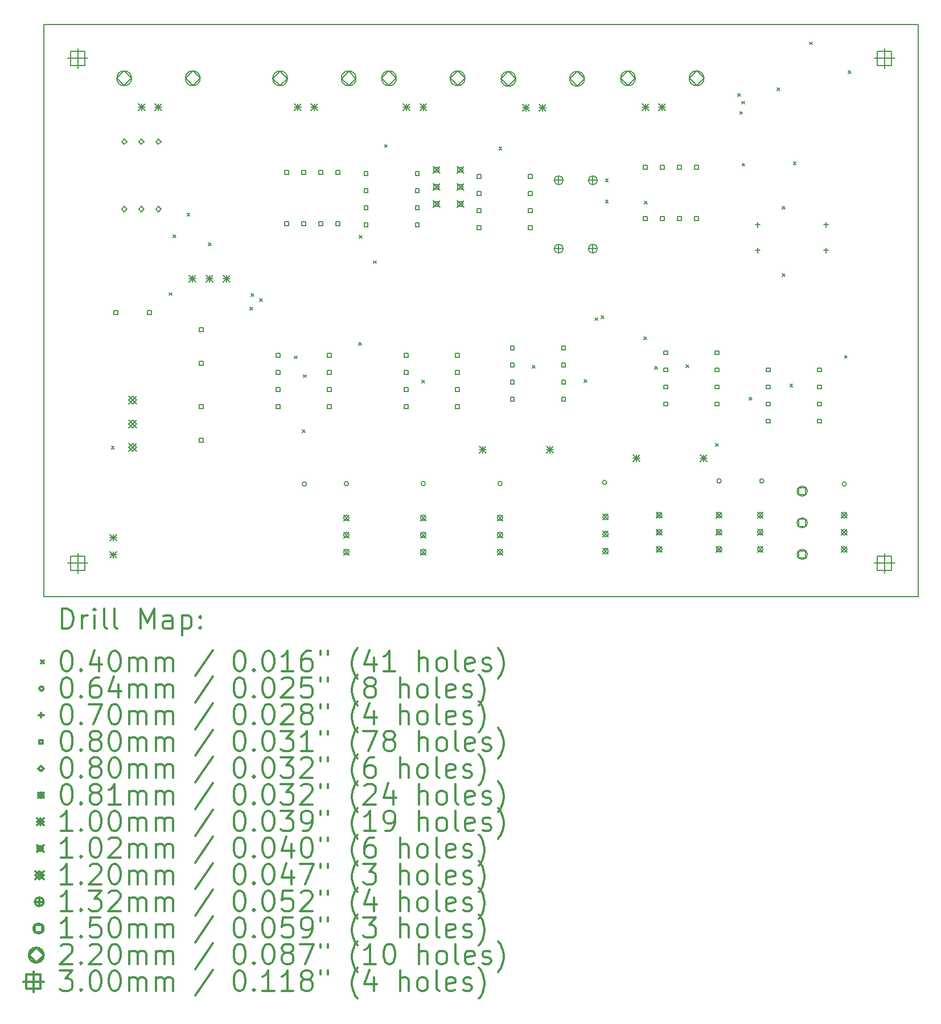
<source format=gbr>
%FSLAX45Y45*%
G04 Gerber Fmt 4.5, Leading zero omitted, Abs format (unit mm)*
G04 Created by KiCad (PCBNEW 4.0.2+dfsg1-stable) date Fri 11 Nov 2016 12:38:11 NZDT*
%MOMM*%
G01*
G04 APERTURE LIST*
%ADD10C,0.127000*%
%ADD11C,0.150000*%
%ADD12C,0.200000*%
%ADD13C,0.300000*%
G04 APERTURE END LIST*
D10*
D11*
X17453898Y-5675348D02*
X16953898Y-5675348D01*
X17453898Y-14175348D02*
X17453898Y-5675348D01*
X16953898Y-14175348D02*
X17453898Y-14175348D01*
X4453898Y-14175348D02*
X4953898Y-14175348D01*
X4453898Y-5675348D02*
X4453898Y-14175348D01*
X4453898Y-5675348D02*
X4953898Y-5675348D01*
X4953898Y-14175348D02*
X16953898Y-14175348D01*
X16953898Y-5675348D02*
X4953898Y-5675348D01*
D12*
X5453898Y-11935348D02*
X5493898Y-11975348D01*
X5493898Y-11935348D02*
X5453898Y-11975348D01*
X6313898Y-9655348D02*
X6353898Y-9695348D01*
X6353898Y-9655348D02*
X6313898Y-9695348D01*
X6373898Y-8795348D02*
X6413898Y-8835348D01*
X6413898Y-8795348D02*
X6373898Y-8835348D01*
X6579398Y-8472848D02*
X6619398Y-8512848D01*
X6619398Y-8472848D02*
X6579398Y-8512848D01*
X6896898Y-8917348D02*
X6936898Y-8957348D01*
X6936898Y-8917348D02*
X6896898Y-8957348D01*
X7513898Y-9875348D02*
X7553898Y-9915348D01*
X7553898Y-9875348D02*
X7513898Y-9915348D01*
X7535129Y-9672115D02*
X7575129Y-9712115D01*
X7575129Y-9672115D02*
X7535129Y-9712115D01*
X7658898Y-9742848D02*
X7698898Y-9782848D01*
X7698898Y-9742848D02*
X7658898Y-9782848D01*
X8173898Y-10595348D02*
X8213898Y-10635348D01*
X8213898Y-10595348D02*
X8173898Y-10635348D01*
X8293898Y-11695348D02*
X8333898Y-11735348D01*
X8333898Y-11695348D02*
X8293898Y-11735348D01*
X8313898Y-10875348D02*
X8353898Y-10915348D01*
X8353898Y-10875348D02*
X8313898Y-10915348D01*
X9133898Y-10395348D02*
X9173898Y-10435348D01*
X9173898Y-10395348D02*
X9133898Y-10435348D01*
X9143898Y-8802848D02*
X9183898Y-8842848D01*
X9183898Y-8802848D02*
X9143898Y-8842848D01*
X9353898Y-9182848D02*
X9393898Y-9222848D01*
X9393898Y-9182848D02*
X9353898Y-9222848D01*
X9518898Y-7455348D02*
X9558898Y-7495348D01*
X9558898Y-7455348D02*
X9518898Y-7495348D01*
X10073898Y-10955348D02*
X10113898Y-10995348D01*
X10113898Y-10955348D02*
X10073898Y-10995348D01*
X11221398Y-7490348D02*
X11261398Y-7530348D01*
X11261398Y-7490348D02*
X11221398Y-7530348D01*
X11713898Y-10735348D02*
X11753898Y-10775348D01*
X11753898Y-10735348D02*
X11713898Y-10775348D01*
X12484898Y-10949348D02*
X12524898Y-10989348D01*
X12524898Y-10949348D02*
X12484898Y-10989348D01*
X12644248Y-10027998D02*
X12684248Y-10067998D01*
X12684248Y-10027998D02*
X12644248Y-10067998D01*
X12742900Y-9996848D02*
X12782900Y-10036848D01*
X12782900Y-9996848D02*
X12742900Y-10036848D01*
X12802398Y-7964848D02*
X12842398Y-8004848D01*
X12842398Y-7964848D02*
X12802398Y-8004848D01*
X12802398Y-8282348D02*
X12842398Y-8322348D01*
X12842398Y-8282348D02*
X12802398Y-8322348D01*
X13373898Y-10314348D02*
X13413898Y-10354348D01*
X13413898Y-10314348D02*
X13373898Y-10354348D01*
X13382398Y-8297448D02*
X13422398Y-8337448D01*
X13422398Y-8297448D02*
X13382398Y-8337448D01*
X13536398Y-10752848D02*
X13576398Y-10792848D01*
X13576398Y-10752848D02*
X13536398Y-10792848D01*
X13998898Y-10727848D02*
X14038898Y-10767848D01*
X14038898Y-10727848D02*
X13998898Y-10767848D01*
X14441898Y-11895401D02*
X14481898Y-11935401D01*
X14481898Y-11895401D02*
X14441898Y-11935401D01*
X14774900Y-6694848D02*
X14814900Y-6734848D01*
X14814900Y-6694848D02*
X14774900Y-6734848D01*
X14802667Y-6962850D02*
X14842667Y-7002850D01*
X14842667Y-6962850D02*
X14802667Y-7002850D01*
X14829987Y-6812222D02*
X14869987Y-6852222D01*
X14869987Y-6812222D02*
X14829987Y-6852222D01*
X14834398Y-7734848D02*
X14874398Y-7774848D01*
X14874398Y-7734848D02*
X14834398Y-7774848D01*
X14938898Y-11207848D02*
X14978898Y-11247848D01*
X14978898Y-11207848D02*
X14938898Y-11247848D01*
X15353898Y-6615348D02*
X15393898Y-6655348D01*
X15393898Y-6615348D02*
X15353898Y-6655348D01*
X15430898Y-9375348D02*
X15470898Y-9415348D01*
X15470898Y-9375348D02*
X15430898Y-9415348D01*
X15433898Y-8375348D02*
X15473898Y-8415348D01*
X15473898Y-8375348D02*
X15433898Y-8415348D01*
X15546398Y-11015348D02*
X15586398Y-11055348D01*
X15586398Y-11015348D02*
X15546398Y-11055348D01*
X15596398Y-7712848D02*
X15636398Y-7752848D01*
X15636398Y-7712848D02*
X15596398Y-7752848D01*
X15840998Y-5931148D02*
X15880998Y-5971148D01*
X15880998Y-5931148D02*
X15840998Y-5971148D01*
X16358898Y-10587848D02*
X16398898Y-10627848D01*
X16398898Y-10587848D02*
X16358898Y-10627848D01*
X16413898Y-6357848D02*
X16453898Y-6397848D01*
X16453898Y-6357848D02*
X16413898Y-6397848D01*
X8357148Y-12498348D02*
G75*
G03X8357148Y-12498348I-31750J0D01*
G01*
X8980648Y-12493348D02*
G75*
G03X8980648Y-12493348I-31750J0D01*
G01*
X10123648Y-12493348D02*
G75*
G03X10123648Y-12493348I-31750J0D01*
G01*
X11266648Y-12493348D02*
G75*
G03X11266648Y-12493348I-31750J0D01*
G01*
X12821648Y-12475348D02*
G75*
G03X12821648Y-12475348I-31750J0D01*
G01*
X14524648Y-12452848D02*
G75*
G03X14524648Y-12452848I-31750J0D01*
G01*
X15159648Y-12452848D02*
G75*
G03X15159648Y-12452848I-31750J0D01*
G01*
X16385648Y-12500348D02*
G75*
G03X16385648Y-12500348I-31750J0D01*
G01*
X15070058Y-8611831D02*
X15070058Y-8681935D01*
X15035006Y-8646883D02*
X15105110Y-8646883D01*
X15070110Y-8992577D02*
X15070110Y-9062681D01*
X15035058Y-9027629D02*
X15105162Y-9027629D01*
X16086058Y-8611831D02*
X16086058Y-8681935D01*
X16051006Y-8646883D02*
X16121110Y-8646883D01*
X16086110Y-8992577D02*
X16086110Y-9062681D01*
X16051058Y-9027629D02*
X16121162Y-9027629D01*
X5548183Y-9981632D02*
X5548183Y-9925063D01*
X5491614Y-9925063D01*
X5491614Y-9981632D01*
X5548183Y-9981632D01*
X6048183Y-9981632D02*
X6048183Y-9925063D01*
X5991614Y-9925063D01*
X5991614Y-9981632D01*
X6048183Y-9981632D01*
X6818183Y-10235632D02*
X6818183Y-10179063D01*
X6761614Y-10179063D01*
X6761614Y-10235632D01*
X6818183Y-10235632D01*
X6818183Y-10735632D02*
X6818183Y-10679063D01*
X6761614Y-10679063D01*
X6761614Y-10735632D01*
X6818183Y-10735632D01*
X6818183Y-11378632D02*
X6818183Y-11322063D01*
X6761614Y-11322063D01*
X6761614Y-11378632D01*
X6818183Y-11378632D01*
X6818183Y-11878632D02*
X6818183Y-11822063D01*
X6761614Y-11822063D01*
X6761614Y-11878632D01*
X6818183Y-11878632D01*
X7961183Y-10616632D02*
X7961183Y-10560063D01*
X7904614Y-10560063D01*
X7904614Y-10616632D01*
X7961183Y-10616632D01*
X7961183Y-10870632D02*
X7961183Y-10814063D01*
X7904614Y-10814063D01*
X7904614Y-10870632D01*
X7961183Y-10870632D01*
X7961183Y-11124632D02*
X7961183Y-11068063D01*
X7904614Y-11068063D01*
X7904614Y-11124632D01*
X7961183Y-11124632D01*
X7961183Y-11378632D02*
X7961183Y-11322063D01*
X7904614Y-11322063D01*
X7904614Y-11378632D01*
X7961183Y-11378632D01*
X8088183Y-7897143D02*
X8088183Y-7840574D01*
X8031614Y-7840574D01*
X8031614Y-7897143D01*
X8088183Y-7897143D01*
X8088183Y-8659143D02*
X8088183Y-8602574D01*
X8031614Y-8602574D01*
X8031614Y-8659143D01*
X8088183Y-8659143D01*
X8342183Y-7897143D02*
X8342183Y-7840574D01*
X8285614Y-7840574D01*
X8285614Y-7897143D01*
X8342183Y-7897143D01*
X8342183Y-8659143D02*
X8342183Y-8602574D01*
X8285614Y-8602574D01*
X8285614Y-8659143D01*
X8342183Y-8659143D01*
X8596183Y-7897143D02*
X8596183Y-7840574D01*
X8539614Y-7840574D01*
X8539614Y-7897143D01*
X8596183Y-7897143D01*
X8596183Y-8659143D02*
X8596183Y-8602574D01*
X8539614Y-8602574D01*
X8539614Y-8659143D01*
X8596183Y-8659143D01*
X8723183Y-10616632D02*
X8723183Y-10560063D01*
X8666614Y-10560063D01*
X8666614Y-10616632D01*
X8723183Y-10616632D01*
X8723183Y-10870632D02*
X8723183Y-10814063D01*
X8666614Y-10814063D01*
X8666614Y-10870632D01*
X8723183Y-10870632D01*
X8723183Y-11124632D02*
X8723183Y-11068063D01*
X8666614Y-11068063D01*
X8666614Y-11124632D01*
X8723183Y-11124632D01*
X8723183Y-11378632D02*
X8723183Y-11322063D01*
X8666614Y-11322063D01*
X8666614Y-11378632D01*
X8723183Y-11378632D01*
X8850183Y-7897143D02*
X8850183Y-7840574D01*
X8793614Y-7840574D01*
X8793614Y-7897143D01*
X8850183Y-7897143D01*
X8850183Y-8659143D02*
X8850183Y-8602574D01*
X8793614Y-8602574D01*
X8793614Y-8659143D01*
X8850183Y-8659143D01*
X9270183Y-7916632D02*
X9270183Y-7860063D01*
X9213614Y-7860063D01*
X9213614Y-7916632D01*
X9270183Y-7916632D01*
X9270183Y-8170632D02*
X9270183Y-8114063D01*
X9213614Y-8114063D01*
X9213614Y-8170632D01*
X9270183Y-8170632D01*
X9270183Y-8424632D02*
X9270183Y-8368063D01*
X9213614Y-8368063D01*
X9213614Y-8424632D01*
X9270183Y-8424632D01*
X9270183Y-8678632D02*
X9270183Y-8622063D01*
X9213614Y-8622063D01*
X9213614Y-8678632D01*
X9270183Y-8678632D01*
X9866183Y-10616632D02*
X9866183Y-10560063D01*
X9809614Y-10560063D01*
X9809614Y-10616632D01*
X9866183Y-10616632D01*
X9866183Y-10870632D02*
X9866183Y-10814063D01*
X9809614Y-10814063D01*
X9809614Y-10870632D01*
X9866183Y-10870632D01*
X9866183Y-11124632D02*
X9866183Y-11068063D01*
X9809614Y-11068063D01*
X9809614Y-11124632D01*
X9866183Y-11124632D01*
X9866183Y-11378632D02*
X9866183Y-11322063D01*
X9809614Y-11322063D01*
X9809614Y-11378632D01*
X9866183Y-11378632D01*
X10032183Y-7916632D02*
X10032183Y-7860063D01*
X9975614Y-7860063D01*
X9975614Y-7916632D01*
X10032183Y-7916632D01*
X10032183Y-8170632D02*
X10032183Y-8114063D01*
X9975614Y-8114063D01*
X9975614Y-8170632D01*
X10032183Y-8170632D01*
X10032183Y-8424632D02*
X10032183Y-8368063D01*
X9975614Y-8368063D01*
X9975614Y-8424632D01*
X10032183Y-8424632D01*
X10032183Y-8678632D02*
X10032183Y-8622063D01*
X9975614Y-8622063D01*
X9975614Y-8678632D01*
X10032183Y-8678632D01*
X10628183Y-10616632D02*
X10628183Y-10560063D01*
X10571614Y-10560063D01*
X10571614Y-10616632D01*
X10628183Y-10616632D01*
X10628183Y-10870632D02*
X10628183Y-10814063D01*
X10571614Y-10814063D01*
X10571614Y-10870632D01*
X10628183Y-10870632D01*
X10628183Y-11124632D02*
X10628183Y-11068063D01*
X10571614Y-11068063D01*
X10571614Y-11124632D01*
X10628183Y-11124632D01*
X10628183Y-11378632D02*
X10628183Y-11322063D01*
X10571614Y-11322063D01*
X10571614Y-11378632D01*
X10628183Y-11378632D01*
X10951883Y-7953732D02*
X10951883Y-7897163D01*
X10895314Y-7897163D01*
X10895314Y-7953732D01*
X10951883Y-7953732D01*
X10951883Y-8207732D02*
X10951883Y-8151163D01*
X10895314Y-8151163D01*
X10895314Y-8207732D01*
X10951883Y-8207732D01*
X10951883Y-8461732D02*
X10951883Y-8405163D01*
X10895314Y-8405163D01*
X10895314Y-8461732D01*
X10951883Y-8461732D01*
X10951883Y-8715732D02*
X10951883Y-8659163D01*
X10895314Y-8659163D01*
X10895314Y-8715732D01*
X10951883Y-8715732D01*
X11447061Y-10506474D02*
X11447061Y-10449905D01*
X11390492Y-10449905D01*
X11390492Y-10506474D01*
X11447061Y-10506474D01*
X11447061Y-10760474D02*
X11447061Y-10703905D01*
X11390492Y-10703905D01*
X11390492Y-10760474D01*
X11447061Y-10760474D01*
X11447061Y-11014474D02*
X11447061Y-10957905D01*
X11390492Y-10957905D01*
X11390492Y-11014474D01*
X11447061Y-11014474D01*
X11447061Y-11268474D02*
X11447061Y-11211905D01*
X11390492Y-11211905D01*
X11390492Y-11268474D01*
X11447061Y-11268474D01*
X11713883Y-7953732D02*
X11713883Y-7897163D01*
X11657314Y-7897163D01*
X11657314Y-7953732D01*
X11713883Y-7953732D01*
X11713883Y-8207732D02*
X11713883Y-8151163D01*
X11657314Y-8151163D01*
X11657314Y-8207732D01*
X11713883Y-8207732D01*
X11713883Y-8461732D02*
X11713883Y-8405163D01*
X11657314Y-8405163D01*
X11657314Y-8461732D01*
X11713883Y-8461732D01*
X11713883Y-8715732D02*
X11713883Y-8659163D01*
X11657314Y-8659163D01*
X11657314Y-8715732D01*
X11713883Y-8715732D01*
X12209061Y-10506474D02*
X12209061Y-10449905D01*
X12152492Y-10449905D01*
X12152492Y-10506474D01*
X12209061Y-10506474D01*
X12209061Y-10760474D02*
X12209061Y-10703905D01*
X12152492Y-10703905D01*
X12152492Y-10760474D01*
X12209061Y-10760474D01*
X12209061Y-11014474D02*
X12209061Y-10957905D01*
X12152492Y-10957905D01*
X12152492Y-11014474D01*
X12209061Y-11014474D01*
X12209061Y-11268474D02*
X12209061Y-11211905D01*
X12152492Y-11211905D01*
X12152492Y-11268474D01*
X12209061Y-11268474D01*
X13422183Y-7822632D02*
X13422183Y-7766063D01*
X13365614Y-7766063D01*
X13365614Y-7822632D01*
X13422183Y-7822632D01*
X13422183Y-8584632D02*
X13422183Y-8528063D01*
X13365614Y-8528063D01*
X13365614Y-8584632D01*
X13422183Y-8584632D01*
X13676183Y-7822632D02*
X13676183Y-7766063D01*
X13619614Y-7766063D01*
X13619614Y-7822632D01*
X13676183Y-7822632D01*
X13676183Y-8584632D02*
X13676183Y-8528063D01*
X13619614Y-8528063D01*
X13619614Y-8584632D01*
X13676183Y-8584632D01*
X13728183Y-10576132D02*
X13728183Y-10519563D01*
X13671614Y-10519563D01*
X13671614Y-10576132D01*
X13728183Y-10576132D01*
X13728183Y-10830132D02*
X13728183Y-10773563D01*
X13671614Y-10773563D01*
X13671614Y-10830132D01*
X13728183Y-10830132D01*
X13728183Y-11084132D02*
X13728183Y-11027563D01*
X13671614Y-11027563D01*
X13671614Y-11084132D01*
X13728183Y-11084132D01*
X13728183Y-11338132D02*
X13728183Y-11281563D01*
X13671614Y-11281563D01*
X13671614Y-11338132D01*
X13728183Y-11338132D01*
X13930183Y-7822632D02*
X13930183Y-7766063D01*
X13873614Y-7766063D01*
X13873614Y-7822632D01*
X13930183Y-7822632D01*
X13930183Y-8584632D02*
X13930183Y-8528063D01*
X13873614Y-8528063D01*
X13873614Y-8584632D01*
X13930183Y-8584632D01*
X14184183Y-7822632D02*
X14184183Y-7766063D01*
X14127614Y-7766063D01*
X14127614Y-7822632D01*
X14184183Y-7822632D01*
X14184183Y-8584632D02*
X14184183Y-8528063D01*
X14127614Y-8528063D01*
X14127614Y-8584632D01*
X14184183Y-8584632D01*
X14490183Y-10576132D02*
X14490183Y-10519563D01*
X14433614Y-10519563D01*
X14433614Y-10576132D01*
X14490183Y-10576132D01*
X14490183Y-10830132D02*
X14490183Y-10773563D01*
X14433614Y-10773563D01*
X14433614Y-10830132D01*
X14490183Y-10830132D01*
X14490183Y-11084132D02*
X14490183Y-11027563D01*
X14433614Y-11027563D01*
X14433614Y-11084132D01*
X14490183Y-11084132D01*
X14490183Y-11338132D02*
X14490183Y-11281563D01*
X14433614Y-11281563D01*
X14433614Y-11338132D01*
X14490183Y-11338132D01*
X15252183Y-10830132D02*
X15252183Y-10773563D01*
X15195614Y-10773563D01*
X15195614Y-10830132D01*
X15252183Y-10830132D01*
X15252183Y-11084132D02*
X15252183Y-11027563D01*
X15195614Y-11027563D01*
X15195614Y-11084132D01*
X15252183Y-11084132D01*
X15252183Y-11338132D02*
X15252183Y-11281563D01*
X15195614Y-11281563D01*
X15195614Y-11338132D01*
X15252183Y-11338132D01*
X15252183Y-11592132D02*
X15252183Y-11535563D01*
X15195614Y-11535563D01*
X15195614Y-11592132D01*
X15252183Y-11592132D01*
X16014183Y-10830132D02*
X16014183Y-10773563D01*
X15957614Y-10773563D01*
X15957614Y-10830132D01*
X16014183Y-10830132D01*
X16014183Y-11084132D02*
X16014183Y-11027563D01*
X15957614Y-11027563D01*
X15957614Y-11084132D01*
X16014183Y-11084132D01*
X16014183Y-11338132D02*
X16014183Y-11281563D01*
X15957614Y-11281563D01*
X15957614Y-11338132D01*
X16014183Y-11338132D01*
X16014183Y-11592132D02*
X16014183Y-11535563D01*
X15957614Y-11535563D01*
X15957614Y-11592132D01*
X16014183Y-11592132D01*
X5646898Y-7453353D02*
X5686903Y-7413348D01*
X5646898Y-7373343D01*
X5606893Y-7413348D01*
X5646898Y-7453353D01*
X5646898Y-8453351D02*
X5686903Y-8413346D01*
X5646898Y-8373341D01*
X5606893Y-8413346D01*
X5646898Y-8453351D01*
X5900898Y-7453353D02*
X5940903Y-7413348D01*
X5900898Y-7373343D01*
X5860893Y-7413348D01*
X5900898Y-7453353D01*
X5900898Y-8453351D02*
X5940903Y-8413346D01*
X5900898Y-8373341D01*
X5860893Y-8413346D01*
X5900898Y-8453351D01*
X6154898Y-7453353D02*
X6194903Y-7413348D01*
X6154898Y-7373343D01*
X6114893Y-7413348D01*
X6154898Y-7453353D01*
X6154898Y-8453351D02*
X6194903Y-8413346D01*
X6154898Y-8373341D01*
X6114893Y-8413346D01*
X6154898Y-8453351D01*
X8908258Y-12960708D02*
X8989538Y-13041988D01*
X8989538Y-12960708D02*
X8908258Y-13041988D01*
X8989538Y-13001348D02*
G75*
G03X8989538Y-13001348I-40640J0D01*
G01*
X8908258Y-13214708D02*
X8989538Y-13295988D01*
X8989538Y-13214708D02*
X8908258Y-13295988D01*
X8989538Y-13255348D02*
G75*
G03X8989538Y-13255348I-40640J0D01*
G01*
X8908258Y-13468708D02*
X8989538Y-13549988D01*
X8989538Y-13468708D02*
X8908258Y-13549988D01*
X8989538Y-13509348D02*
G75*
G03X8989538Y-13509348I-40640J0D01*
G01*
X10051258Y-12960708D02*
X10132538Y-13041988D01*
X10132538Y-12960708D02*
X10051258Y-13041988D01*
X10132538Y-13001348D02*
G75*
G03X10132538Y-13001348I-40640J0D01*
G01*
X10051258Y-13214708D02*
X10132538Y-13295988D01*
X10132538Y-13214708D02*
X10051258Y-13295988D01*
X10132538Y-13255348D02*
G75*
G03X10132538Y-13255348I-40640J0D01*
G01*
X10051258Y-13468708D02*
X10132538Y-13549988D01*
X10132538Y-13468708D02*
X10051258Y-13549988D01*
X10132538Y-13509348D02*
G75*
G03X10132538Y-13509348I-40640J0D01*
G01*
X11194258Y-12960708D02*
X11275538Y-13041988D01*
X11275538Y-12960708D02*
X11194258Y-13041988D01*
X11275538Y-13001348D02*
G75*
G03X11275538Y-13001348I-40640J0D01*
G01*
X11194258Y-13214708D02*
X11275538Y-13295988D01*
X11275538Y-13214708D02*
X11194258Y-13295988D01*
X11275538Y-13255348D02*
G75*
G03X11275538Y-13255348I-40640J0D01*
G01*
X11194258Y-13468708D02*
X11275538Y-13549988D01*
X11275538Y-13468708D02*
X11194258Y-13549988D01*
X11275538Y-13509348D02*
G75*
G03X11275538Y-13509348I-40640J0D01*
G01*
X12763258Y-12948208D02*
X12844538Y-13029488D01*
X12844538Y-12948208D02*
X12763258Y-13029488D01*
X12844538Y-12988848D02*
G75*
G03X12844538Y-12988848I-40640J0D01*
G01*
X12763258Y-13202208D02*
X12844538Y-13283488D01*
X12844538Y-13202208D02*
X12763258Y-13283488D01*
X12844538Y-13242848D02*
G75*
G03X12844538Y-13242848I-40640J0D01*
G01*
X12763258Y-13456208D02*
X12844538Y-13537488D01*
X12844538Y-13456208D02*
X12763258Y-13537488D01*
X12844538Y-13496848D02*
G75*
G03X12844538Y-13496848I-40640J0D01*
G01*
X13563258Y-12920208D02*
X13644538Y-13001488D01*
X13644538Y-12920208D02*
X13563258Y-13001488D01*
X13644538Y-12960848D02*
G75*
G03X13644538Y-12960848I-40640J0D01*
G01*
X13563258Y-13174208D02*
X13644538Y-13255488D01*
X13644538Y-13174208D02*
X13563258Y-13255488D01*
X13644538Y-13214848D02*
G75*
G03X13644538Y-13214848I-40640J0D01*
G01*
X13563258Y-13428208D02*
X13644538Y-13509488D01*
X13644538Y-13428208D02*
X13563258Y-13509488D01*
X13644538Y-13468848D02*
G75*
G03X13644538Y-13468848I-40640J0D01*
G01*
X14452258Y-12920208D02*
X14533538Y-13001488D01*
X14533538Y-12920208D02*
X14452258Y-13001488D01*
X14533538Y-12960848D02*
G75*
G03X14533538Y-12960848I-40640J0D01*
G01*
X14452258Y-13174208D02*
X14533538Y-13255488D01*
X14533538Y-13174208D02*
X14452258Y-13255488D01*
X14533538Y-13214848D02*
G75*
G03X14533538Y-13214848I-40640J0D01*
G01*
X14452258Y-13428208D02*
X14533538Y-13509488D01*
X14533538Y-13428208D02*
X14452258Y-13509488D01*
X14533538Y-13468848D02*
G75*
G03X14533538Y-13468848I-40640J0D01*
G01*
X15063258Y-12920208D02*
X15144538Y-13001488D01*
X15144538Y-12920208D02*
X15063258Y-13001488D01*
X15144538Y-12960848D02*
G75*
G03X15144538Y-12960848I-40640J0D01*
G01*
X15063258Y-13174208D02*
X15144538Y-13255488D01*
X15144538Y-13174208D02*
X15063258Y-13255488D01*
X15144538Y-13214848D02*
G75*
G03X15144538Y-13214848I-40640J0D01*
G01*
X15063258Y-13428208D02*
X15144538Y-13509488D01*
X15144538Y-13428208D02*
X15063258Y-13509488D01*
X15144538Y-13468848D02*
G75*
G03X15144538Y-13468848I-40640J0D01*
G01*
X16313258Y-12920208D02*
X16394538Y-13001488D01*
X16394538Y-12920208D02*
X16313258Y-13001488D01*
X16394538Y-12960848D02*
G75*
G03X16394538Y-12960848I-40640J0D01*
G01*
X16313258Y-13174208D02*
X16394538Y-13255488D01*
X16394538Y-13174208D02*
X16313258Y-13255488D01*
X16394538Y-13214848D02*
G75*
G03X16394538Y-13214848I-40640J0D01*
G01*
X16313258Y-13428208D02*
X16394538Y-13509488D01*
X16394538Y-13428208D02*
X16313258Y-13509488D01*
X16394538Y-13468848D02*
G75*
G03X16394538Y-13468848I-40640J0D01*
G01*
X5430560Y-13245710D02*
X5530636Y-13345786D01*
X5530636Y-13245710D02*
X5430560Y-13345786D01*
X5480598Y-13245710D02*
X5480598Y-13345786D01*
X5430560Y-13295748D02*
X5530636Y-13295748D01*
X5430560Y-13499710D02*
X5530636Y-13599786D01*
X5530636Y-13499710D02*
X5430560Y-13599786D01*
X5480598Y-13499710D02*
X5480598Y-13599786D01*
X5430560Y-13549748D02*
X5530636Y-13549748D01*
X5854924Y-6847436D02*
X5955000Y-6947512D01*
X5955000Y-6847436D02*
X5854924Y-6947512D01*
X5904962Y-6847436D02*
X5904962Y-6947512D01*
X5854924Y-6897474D02*
X5955000Y-6897474D01*
X6104860Y-6847436D02*
X6204936Y-6947512D01*
X6204936Y-6847436D02*
X6104860Y-6947512D01*
X6154898Y-6847436D02*
X6154898Y-6947512D01*
X6104860Y-6897474D02*
X6204936Y-6897474D01*
X6612860Y-9395310D02*
X6712936Y-9495386D01*
X6712936Y-9395310D02*
X6612860Y-9495386D01*
X6662898Y-9395310D02*
X6662898Y-9495386D01*
X6612860Y-9445348D02*
X6712936Y-9445348D01*
X6866860Y-9395310D02*
X6966936Y-9495386D01*
X6966936Y-9395310D02*
X6866860Y-9495386D01*
X6916898Y-9395310D02*
X6916898Y-9495386D01*
X6866860Y-9445348D02*
X6966936Y-9445348D01*
X7120860Y-9395310D02*
X7220936Y-9495386D01*
X7220936Y-9395310D02*
X7120860Y-9495386D01*
X7170898Y-9395310D02*
X7170898Y-9495386D01*
X7120860Y-9445348D02*
X7220936Y-9445348D01*
X8173963Y-6848286D02*
X8274039Y-6948362D01*
X8274039Y-6848286D02*
X8173963Y-6948362D01*
X8224001Y-6848286D02*
X8224001Y-6948362D01*
X8173963Y-6898324D02*
X8274039Y-6898324D01*
X8423899Y-6848286D02*
X8523975Y-6948362D01*
X8523975Y-6848286D02*
X8423899Y-6948362D01*
X8473937Y-6848286D02*
X8473937Y-6948362D01*
X8423899Y-6898324D02*
X8523975Y-6898324D01*
X9793702Y-6847436D02*
X9893778Y-6947512D01*
X9893778Y-6847436D02*
X9793702Y-6947512D01*
X9843740Y-6847436D02*
X9843740Y-6947512D01*
X9793702Y-6897474D02*
X9893778Y-6897474D01*
X10043638Y-6847436D02*
X10143714Y-6947512D01*
X10143714Y-6847436D02*
X10043638Y-6947512D01*
X10093676Y-6847436D02*
X10093676Y-6947512D01*
X10043638Y-6897474D02*
X10143714Y-6897474D01*
X10926034Y-11935310D02*
X11026110Y-12035386D01*
X11026110Y-11935310D02*
X10926034Y-12035386D01*
X10976072Y-11935310D02*
X10976072Y-12035386D01*
X10926034Y-11985348D02*
X11026110Y-11985348D01*
X11569924Y-6855310D02*
X11670000Y-6955386D01*
X11670000Y-6855310D02*
X11569924Y-6955386D01*
X11619962Y-6855310D02*
X11619962Y-6955386D01*
X11569924Y-6905348D02*
X11670000Y-6905348D01*
X11819860Y-6855310D02*
X11919936Y-6955386D01*
X11919936Y-6855310D02*
X11819860Y-6955386D01*
X11869898Y-6855310D02*
X11869898Y-6955386D01*
X11819860Y-6905348D02*
X11919936Y-6905348D01*
X11926286Y-11935310D02*
X12026362Y-12035386D01*
X12026362Y-11935310D02*
X11926286Y-12035386D01*
X11976324Y-11935310D02*
X11976324Y-12035386D01*
X11926286Y-11985348D02*
X12026362Y-11985348D01*
X13212034Y-12062310D02*
X13312110Y-12162386D01*
X13312110Y-12062310D02*
X13212034Y-12162386D01*
X13262072Y-12062310D02*
X13262072Y-12162386D01*
X13212034Y-12112348D02*
X13312110Y-12112348D01*
X13347924Y-6847436D02*
X13448000Y-6947512D01*
X13448000Y-6847436D02*
X13347924Y-6947512D01*
X13397962Y-6847436D02*
X13397962Y-6947512D01*
X13347924Y-6897474D02*
X13448000Y-6897474D01*
X13597860Y-6847436D02*
X13697936Y-6947512D01*
X13697936Y-6847436D02*
X13597860Y-6947512D01*
X13647898Y-6847436D02*
X13647898Y-6947512D01*
X13597860Y-6897474D02*
X13697936Y-6897474D01*
X14212286Y-12062310D02*
X14312362Y-12162386D01*
X14312362Y-12062310D02*
X14212286Y-12162386D01*
X14262324Y-12062310D02*
X14262324Y-12162386D01*
X14212286Y-12112348D02*
X14312362Y-12112348D01*
X10238098Y-7779048D02*
X10339698Y-7880648D01*
X10339698Y-7779048D02*
X10238098Y-7880648D01*
X10324820Y-7865769D02*
X10324820Y-7793926D01*
X10252977Y-7793926D01*
X10252977Y-7865769D01*
X10324820Y-7865769D01*
X10238098Y-8033048D02*
X10339698Y-8134648D01*
X10339698Y-8033048D02*
X10238098Y-8134648D01*
X10324820Y-8119769D02*
X10324820Y-8047926D01*
X10252977Y-8047926D01*
X10252977Y-8119769D01*
X10324820Y-8119769D01*
X10238098Y-8287048D02*
X10339698Y-8388648D01*
X10339698Y-8287048D02*
X10238098Y-8388648D01*
X10324820Y-8373769D02*
X10324820Y-8301926D01*
X10252977Y-8301926D01*
X10252977Y-8373769D01*
X10324820Y-8373769D01*
X10593098Y-7782048D02*
X10694698Y-7883648D01*
X10694698Y-7782048D02*
X10593098Y-7883648D01*
X10679820Y-7868769D02*
X10679820Y-7796926D01*
X10607977Y-7796926D01*
X10607977Y-7868769D01*
X10679820Y-7868769D01*
X10593098Y-8036048D02*
X10694698Y-8137648D01*
X10694698Y-8036048D02*
X10593098Y-8137648D01*
X10679820Y-8122769D02*
X10679820Y-8050926D01*
X10607977Y-8050926D01*
X10607977Y-8122769D01*
X10679820Y-8122769D01*
X10593098Y-8290048D02*
X10694698Y-8391648D01*
X10694698Y-8290048D02*
X10593098Y-8391648D01*
X10679820Y-8376769D02*
X10679820Y-8304926D01*
X10607977Y-8304926D01*
X10607977Y-8376769D01*
X10679820Y-8376769D01*
X5713898Y-11194348D02*
X5833898Y-11314348D01*
X5833898Y-11194348D02*
X5713898Y-11314348D01*
X5773898Y-11314348D02*
X5833898Y-11254348D01*
X5773898Y-11194348D01*
X5713898Y-11254348D01*
X5773898Y-11314348D01*
X5713898Y-11544348D02*
X5833898Y-11664348D01*
X5833898Y-11544348D02*
X5713898Y-11664348D01*
X5773898Y-11664348D02*
X5833898Y-11604348D01*
X5773898Y-11544348D01*
X5713898Y-11604348D01*
X5773898Y-11664348D01*
X5713898Y-11894348D02*
X5833898Y-12014348D01*
X5833898Y-11894348D02*
X5713898Y-12014348D01*
X5773898Y-12014348D02*
X5833898Y-11954348D01*
X5773898Y-11894348D01*
X5713898Y-11954348D01*
X5773898Y-12014348D01*
X12105898Y-7919808D02*
X12105898Y-8051888D01*
X12039858Y-7985848D02*
X12171938Y-7985848D01*
X12171938Y-7985848D02*
G75*
G03X12171938Y-7985848I-66040J0D01*
G01*
X12105898Y-8935808D02*
X12105898Y-9067888D01*
X12039858Y-9001848D02*
X12171938Y-9001848D01*
X12171938Y-9001848D02*
G75*
G03X12171938Y-9001848I-66040J0D01*
G01*
X12613898Y-7919808D02*
X12613898Y-8051888D01*
X12547858Y-7985848D02*
X12679938Y-7985848D01*
X12679938Y-7985848D02*
G75*
G03X12679938Y-7985848I-66040J0D01*
G01*
X12613898Y-8935808D02*
X12613898Y-9067888D01*
X12547858Y-9001848D02*
X12679938Y-9001848D01*
X12679938Y-9001848D02*
G75*
G03X12679938Y-9001848I-66040J0D01*
G01*
X15781932Y-12658381D02*
X15781932Y-12552314D01*
X15675865Y-12552314D01*
X15675865Y-12658381D01*
X15781932Y-12658381D01*
X15803898Y-12605348D02*
G75*
G03X15803898Y-12605348I-75000J0D01*
G01*
X15781932Y-13128381D02*
X15781932Y-13022314D01*
X15675865Y-13022314D01*
X15675865Y-13128381D01*
X15781932Y-13128381D01*
X15803898Y-13075348D02*
G75*
G03X15803898Y-13075348I-75000J0D01*
G01*
X15781932Y-13598381D02*
X15781932Y-13492314D01*
X15675865Y-13492314D01*
X15675865Y-13598381D01*
X15781932Y-13598381D01*
X15803898Y-13545348D02*
G75*
G03X15803898Y-13545348I-75000J0D01*
G01*
X5645120Y-6580990D02*
X5755102Y-6471008D01*
X5645120Y-6361026D01*
X5535138Y-6471008D01*
X5645120Y-6580990D01*
X5755102Y-6471008D02*
G75*
G03X5755102Y-6471008I-109982J0D01*
G01*
X6664930Y-6580990D02*
X6774912Y-6471008D01*
X6664930Y-6361026D01*
X6554948Y-6471008D01*
X6664930Y-6580990D01*
X6774912Y-6471008D02*
G75*
G03X6774912Y-6471008I-109982J0D01*
G01*
X7964159Y-6581840D02*
X8074141Y-6471858D01*
X7964159Y-6361876D01*
X7854177Y-6471858D01*
X7964159Y-6581840D01*
X8074141Y-6471858D02*
G75*
G03X8074141Y-6471858I-109982J0D01*
G01*
X8983969Y-6581840D02*
X9093951Y-6471858D01*
X8983969Y-6361876D01*
X8873987Y-6471858D01*
X8983969Y-6581840D01*
X9093951Y-6471858D02*
G75*
G03X9093951Y-6471858I-109982J0D01*
G01*
X9583898Y-6580990D02*
X9693880Y-6471008D01*
X9583898Y-6361026D01*
X9473916Y-6471008D01*
X9583898Y-6580990D01*
X9693880Y-6471008D02*
G75*
G03X9693880Y-6471008I-109982J0D01*
G01*
X10603708Y-6580990D02*
X10713690Y-6471008D01*
X10603708Y-6361026D01*
X10493726Y-6471008D01*
X10603708Y-6580990D01*
X10713690Y-6471008D02*
G75*
G03X10713690Y-6471008I-109982J0D01*
G01*
X11360120Y-6588864D02*
X11470102Y-6478882D01*
X11360120Y-6368900D01*
X11250138Y-6478882D01*
X11360120Y-6588864D01*
X11470102Y-6478882D02*
G75*
G03X11470102Y-6478882I-109982J0D01*
G01*
X12379930Y-6588864D02*
X12489912Y-6478882D01*
X12379930Y-6368900D01*
X12269948Y-6478882D01*
X12379930Y-6588864D01*
X12489912Y-6478882D02*
G75*
G03X12489912Y-6478882I-109982J0D01*
G01*
X13138120Y-6580990D02*
X13248102Y-6471008D01*
X13138120Y-6361026D01*
X13028138Y-6471008D01*
X13138120Y-6580990D01*
X13248102Y-6471008D02*
G75*
G03X13248102Y-6471008I-109982J0D01*
G01*
X14157930Y-6580990D02*
X14267912Y-6471008D01*
X14157930Y-6361026D01*
X14047948Y-6471008D01*
X14157930Y-6580990D01*
X14267912Y-6471008D02*
G75*
G03X14267912Y-6471008I-109982J0D01*
G01*
X4953898Y-6025348D02*
X4953898Y-6325348D01*
X4803898Y-6175348D02*
X5103898Y-6175348D01*
X5059965Y-6281415D02*
X5059965Y-6069281D01*
X4847831Y-6069281D01*
X4847831Y-6281415D01*
X5059965Y-6281415D01*
X4953898Y-13525348D02*
X4953898Y-13825348D01*
X4803898Y-13675348D02*
X5103898Y-13675348D01*
X5059965Y-13781415D02*
X5059965Y-13569281D01*
X4847831Y-13569281D01*
X4847831Y-13781415D01*
X5059965Y-13781415D01*
X16953898Y-6025348D02*
X16953898Y-6325348D01*
X16803898Y-6175348D02*
X17103898Y-6175348D01*
X17059965Y-6281415D02*
X17059965Y-6069281D01*
X16847831Y-6069281D01*
X16847831Y-6281415D01*
X17059965Y-6281415D01*
X16953898Y-13525348D02*
X16953898Y-13825348D01*
X16803898Y-13675348D02*
X17103898Y-13675348D01*
X17059965Y-13781415D02*
X17059965Y-13569281D01*
X16847831Y-13569281D01*
X16847831Y-13781415D01*
X17059965Y-13781415D01*
D13*
X4717827Y-14648562D02*
X4717827Y-14348562D01*
X4789255Y-14348562D01*
X4832112Y-14362848D01*
X4860684Y-14391419D01*
X4874969Y-14419991D01*
X4889255Y-14477133D01*
X4889255Y-14519991D01*
X4874969Y-14577133D01*
X4860684Y-14605705D01*
X4832112Y-14634276D01*
X4789255Y-14648562D01*
X4717827Y-14648562D01*
X5017827Y-14648562D02*
X5017827Y-14448562D01*
X5017827Y-14505705D02*
X5032112Y-14477133D01*
X5046398Y-14462848D01*
X5074969Y-14448562D01*
X5103541Y-14448562D01*
X5203541Y-14648562D02*
X5203541Y-14448562D01*
X5203541Y-14348562D02*
X5189255Y-14362848D01*
X5203541Y-14377133D01*
X5217827Y-14362848D01*
X5203541Y-14348562D01*
X5203541Y-14377133D01*
X5389255Y-14648562D02*
X5360684Y-14634276D01*
X5346398Y-14605705D01*
X5346398Y-14348562D01*
X5546398Y-14648562D02*
X5517827Y-14634276D01*
X5503541Y-14605705D01*
X5503541Y-14348562D01*
X5889255Y-14648562D02*
X5889255Y-14348562D01*
X5989255Y-14562848D01*
X6089255Y-14348562D01*
X6089255Y-14648562D01*
X6360684Y-14648562D02*
X6360684Y-14491419D01*
X6346398Y-14462848D01*
X6317827Y-14448562D01*
X6260684Y-14448562D01*
X6232112Y-14462848D01*
X6360684Y-14634276D02*
X6332112Y-14648562D01*
X6260684Y-14648562D01*
X6232112Y-14634276D01*
X6217827Y-14605705D01*
X6217827Y-14577133D01*
X6232112Y-14548562D01*
X6260684Y-14534276D01*
X6332112Y-14534276D01*
X6360684Y-14519991D01*
X6503541Y-14448562D02*
X6503541Y-14748562D01*
X6503541Y-14462848D02*
X6532112Y-14448562D01*
X6589255Y-14448562D01*
X6617827Y-14462848D01*
X6632112Y-14477133D01*
X6646398Y-14505705D01*
X6646398Y-14591419D01*
X6632112Y-14619991D01*
X6617827Y-14634276D01*
X6589255Y-14648562D01*
X6532112Y-14648562D01*
X6503541Y-14634276D01*
X6774969Y-14619991D02*
X6789255Y-14634276D01*
X6774969Y-14648562D01*
X6760684Y-14634276D01*
X6774969Y-14619991D01*
X6774969Y-14648562D01*
X6774969Y-14462848D02*
X6789255Y-14477133D01*
X6774969Y-14491419D01*
X6760684Y-14477133D01*
X6774969Y-14462848D01*
X6774969Y-14491419D01*
X4406398Y-15122848D02*
X4446398Y-15162848D01*
X4446398Y-15122848D02*
X4406398Y-15162848D01*
X4774969Y-14978562D02*
X4803541Y-14978562D01*
X4832112Y-14992848D01*
X4846398Y-15007133D01*
X4860684Y-15035705D01*
X4874969Y-15092848D01*
X4874969Y-15164276D01*
X4860684Y-15221419D01*
X4846398Y-15249991D01*
X4832112Y-15264276D01*
X4803541Y-15278562D01*
X4774969Y-15278562D01*
X4746398Y-15264276D01*
X4732112Y-15249991D01*
X4717827Y-15221419D01*
X4703541Y-15164276D01*
X4703541Y-15092848D01*
X4717827Y-15035705D01*
X4732112Y-15007133D01*
X4746398Y-14992848D01*
X4774969Y-14978562D01*
X5003541Y-15249991D02*
X5017827Y-15264276D01*
X5003541Y-15278562D01*
X4989255Y-15264276D01*
X5003541Y-15249991D01*
X5003541Y-15278562D01*
X5274969Y-15078562D02*
X5274969Y-15278562D01*
X5203541Y-14964276D02*
X5132112Y-15178562D01*
X5317827Y-15178562D01*
X5489255Y-14978562D02*
X5517827Y-14978562D01*
X5546398Y-14992848D01*
X5560684Y-15007133D01*
X5574969Y-15035705D01*
X5589255Y-15092848D01*
X5589255Y-15164276D01*
X5574969Y-15221419D01*
X5560684Y-15249991D01*
X5546398Y-15264276D01*
X5517827Y-15278562D01*
X5489255Y-15278562D01*
X5460684Y-15264276D01*
X5446398Y-15249991D01*
X5432112Y-15221419D01*
X5417827Y-15164276D01*
X5417827Y-15092848D01*
X5432112Y-15035705D01*
X5446398Y-15007133D01*
X5460684Y-14992848D01*
X5489255Y-14978562D01*
X5717827Y-15278562D02*
X5717827Y-15078562D01*
X5717827Y-15107133D02*
X5732112Y-15092848D01*
X5760684Y-15078562D01*
X5803541Y-15078562D01*
X5832112Y-15092848D01*
X5846398Y-15121419D01*
X5846398Y-15278562D01*
X5846398Y-15121419D02*
X5860684Y-15092848D01*
X5889255Y-15078562D01*
X5932112Y-15078562D01*
X5960684Y-15092848D01*
X5974969Y-15121419D01*
X5974969Y-15278562D01*
X6117827Y-15278562D02*
X6117827Y-15078562D01*
X6117827Y-15107133D02*
X6132112Y-15092848D01*
X6160684Y-15078562D01*
X6203541Y-15078562D01*
X6232112Y-15092848D01*
X6246398Y-15121419D01*
X6246398Y-15278562D01*
X6246398Y-15121419D02*
X6260684Y-15092848D01*
X6289255Y-15078562D01*
X6332112Y-15078562D01*
X6360684Y-15092848D01*
X6374969Y-15121419D01*
X6374969Y-15278562D01*
X6960684Y-14964276D02*
X6703541Y-15349991D01*
X7346398Y-14978562D02*
X7374969Y-14978562D01*
X7403541Y-14992848D01*
X7417826Y-15007133D01*
X7432112Y-15035705D01*
X7446398Y-15092848D01*
X7446398Y-15164276D01*
X7432112Y-15221419D01*
X7417826Y-15249991D01*
X7403541Y-15264276D01*
X7374969Y-15278562D01*
X7346398Y-15278562D01*
X7317826Y-15264276D01*
X7303541Y-15249991D01*
X7289255Y-15221419D01*
X7274969Y-15164276D01*
X7274969Y-15092848D01*
X7289255Y-15035705D01*
X7303541Y-15007133D01*
X7317826Y-14992848D01*
X7346398Y-14978562D01*
X7574969Y-15249991D02*
X7589255Y-15264276D01*
X7574969Y-15278562D01*
X7560684Y-15264276D01*
X7574969Y-15249991D01*
X7574969Y-15278562D01*
X7774969Y-14978562D02*
X7803541Y-14978562D01*
X7832112Y-14992848D01*
X7846398Y-15007133D01*
X7860684Y-15035705D01*
X7874969Y-15092848D01*
X7874969Y-15164276D01*
X7860684Y-15221419D01*
X7846398Y-15249991D01*
X7832112Y-15264276D01*
X7803541Y-15278562D01*
X7774969Y-15278562D01*
X7746398Y-15264276D01*
X7732112Y-15249991D01*
X7717826Y-15221419D01*
X7703541Y-15164276D01*
X7703541Y-15092848D01*
X7717826Y-15035705D01*
X7732112Y-15007133D01*
X7746398Y-14992848D01*
X7774969Y-14978562D01*
X8160684Y-15278562D02*
X7989255Y-15278562D01*
X8074969Y-15278562D02*
X8074969Y-14978562D01*
X8046398Y-15021419D01*
X8017826Y-15049991D01*
X7989255Y-15064276D01*
X8417827Y-14978562D02*
X8360684Y-14978562D01*
X8332112Y-14992848D01*
X8317826Y-15007133D01*
X8289255Y-15049991D01*
X8274969Y-15107133D01*
X8274969Y-15221419D01*
X8289255Y-15249991D01*
X8303541Y-15264276D01*
X8332112Y-15278562D01*
X8389255Y-15278562D01*
X8417827Y-15264276D01*
X8432112Y-15249991D01*
X8446398Y-15221419D01*
X8446398Y-15149991D01*
X8432112Y-15121419D01*
X8417827Y-15107133D01*
X8389255Y-15092848D01*
X8332112Y-15092848D01*
X8303541Y-15107133D01*
X8289255Y-15121419D01*
X8274969Y-15149991D01*
X8560684Y-14978562D02*
X8560684Y-15035705D01*
X8674969Y-14978562D02*
X8674969Y-15035705D01*
X9117827Y-15392848D02*
X9103541Y-15378562D01*
X9074969Y-15335705D01*
X9060684Y-15307133D01*
X9046398Y-15264276D01*
X9032112Y-15192848D01*
X9032112Y-15135705D01*
X9046398Y-15064276D01*
X9060684Y-15021419D01*
X9074969Y-14992848D01*
X9103541Y-14949991D01*
X9117827Y-14935705D01*
X9360684Y-15078562D02*
X9360684Y-15278562D01*
X9289255Y-14964276D02*
X9217827Y-15178562D01*
X9403541Y-15178562D01*
X9674969Y-15278562D02*
X9503541Y-15278562D01*
X9589255Y-15278562D02*
X9589255Y-14978562D01*
X9560684Y-15021419D01*
X9532112Y-15049991D01*
X9503541Y-15064276D01*
X10032112Y-15278562D02*
X10032112Y-14978562D01*
X10160684Y-15278562D02*
X10160684Y-15121419D01*
X10146398Y-15092848D01*
X10117827Y-15078562D01*
X10074969Y-15078562D01*
X10046398Y-15092848D01*
X10032112Y-15107133D01*
X10346398Y-15278562D02*
X10317827Y-15264276D01*
X10303541Y-15249991D01*
X10289255Y-15221419D01*
X10289255Y-15135705D01*
X10303541Y-15107133D01*
X10317827Y-15092848D01*
X10346398Y-15078562D01*
X10389255Y-15078562D01*
X10417827Y-15092848D01*
X10432112Y-15107133D01*
X10446398Y-15135705D01*
X10446398Y-15221419D01*
X10432112Y-15249991D01*
X10417827Y-15264276D01*
X10389255Y-15278562D01*
X10346398Y-15278562D01*
X10617827Y-15278562D02*
X10589255Y-15264276D01*
X10574969Y-15235705D01*
X10574969Y-14978562D01*
X10846398Y-15264276D02*
X10817827Y-15278562D01*
X10760684Y-15278562D01*
X10732112Y-15264276D01*
X10717827Y-15235705D01*
X10717827Y-15121419D01*
X10732112Y-15092848D01*
X10760684Y-15078562D01*
X10817827Y-15078562D01*
X10846398Y-15092848D01*
X10860684Y-15121419D01*
X10860684Y-15149991D01*
X10717827Y-15178562D01*
X10974970Y-15264276D02*
X11003541Y-15278562D01*
X11060684Y-15278562D01*
X11089255Y-15264276D01*
X11103541Y-15235705D01*
X11103541Y-15221419D01*
X11089255Y-15192848D01*
X11060684Y-15178562D01*
X11017827Y-15178562D01*
X10989255Y-15164276D01*
X10974970Y-15135705D01*
X10974970Y-15121419D01*
X10989255Y-15092848D01*
X11017827Y-15078562D01*
X11060684Y-15078562D01*
X11089255Y-15092848D01*
X11203541Y-15392848D02*
X11217827Y-15378562D01*
X11246398Y-15335705D01*
X11260684Y-15307133D01*
X11274969Y-15264276D01*
X11289255Y-15192848D01*
X11289255Y-15135705D01*
X11274969Y-15064276D01*
X11260684Y-15021419D01*
X11246398Y-14992848D01*
X11217827Y-14949991D01*
X11203541Y-14935705D01*
X4446398Y-15538848D02*
G75*
G03X4446398Y-15538848I-31750J0D01*
G01*
X4774969Y-15374562D02*
X4803541Y-15374562D01*
X4832112Y-15388848D01*
X4846398Y-15403133D01*
X4860684Y-15431705D01*
X4874969Y-15488848D01*
X4874969Y-15560276D01*
X4860684Y-15617419D01*
X4846398Y-15645991D01*
X4832112Y-15660276D01*
X4803541Y-15674562D01*
X4774969Y-15674562D01*
X4746398Y-15660276D01*
X4732112Y-15645991D01*
X4717827Y-15617419D01*
X4703541Y-15560276D01*
X4703541Y-15488848D01*
X4717827Y-15431705D01*
X4732112Y-15403133D01*
X4746398Y-15388848D01*
X4774969Y-15374562D01*
X5003541Y-15645991D02*
X5017827Y-15660276D01*
X5003541Y-15674562D01*
X4989255Y-15660276D01*
X5003541Y-15645991D01*
X5003541Y-15674562D01*
X5274969Y-15374562D02*
X5217827Y-15374562D01*
X5189255Y-15388848D01*
X5174969Y-15403133D01*
X5146398Y-15445991D01*
X5132112Y-15503133D01*
X5132112Y-15617419D01*
X5146398Y-15645991D01*
X5160684Y-15660276D01*
X5189255Y-15674562D01*
X5246398Y-15674562D01*
X5274969Y-15660276D01*
X5289255Y-15645991D01*
X5303541Y-15617419D01*
X5303541Y-15545991D01*
X5289255Y-15517419D01*
X5274969Y-15503133D01*
X5246398Y-15488848D01*
X5189255Y-15488848D01*
X5160684Y-15503133D01*
X5146398Y-15517419D01*
X5132112Y-15545991D01*
X5560684Y-15474562D02*
X5560684Y-15674562D01*
X5489255Y-15360276D02*
X5417827Y-15574562D01*
X5603541Y-15574562D01*
X5717827Y-15674562D02*
X5717827Y-15474562D01*
X5717827Y-15503133D02*
X5732112Y-15488848D01*
X5760684Y-15474562D01*
X5803541Y-15474562D01*
X5832112Y-15488848D01*
X5846398Y-15517419D01*
X5846398Y-15674562D01*
X5846398Y-15517419D02*
X5860684Y-15488848D01*
X5889255Y-15474562D01*
X5932112Y-15474562D01*
X5960684Y-15488848D01*
X5974969Y-15517419D01*
X5974969Y-15674562D01*
X6117827Y-15674562D02*
X6117827Y-15474562D01*
X6117827Y-15503133D02*
X6132112Y-15488848D01*
X6160684Y-15474562D01*
X6203541Y-15474562D01*
X6232112Y-15488848D01*
X6246398Y-15517419D01*
X6246398Y-15674562D01*
X6246398Y-15517419D02*
X6260684Y-15488848D01*
X6289255Y-15474562D01*
X6332112Y-15474562D01*
X6360684Y-15488848D01*
X6374969Y-15517419D01*
X6374969Y-15674562D01*
X6960684Y-15360276D02*
X6703541Y-15745991D01*
X7346398Y-15374562D02*
X7374969Y-15374562D01*
X7403541Y-15388848D01*
X7417826Y-15403133D01*
X7432112Y-15431705D01*
X7446398Y-15488848D01*
X7446398Y-15560276D01*
X7432112Y-15617419D01*
X7417826Y-15645991D01*
X7403541Y-15660276D01*
X7374969Y-15674562D01*
X7346398Y-15674562D01*
X7317826Y-15660276D01*
X7303541Y-15645991D01*
X7289255Y-15617419D01*
X7274969Y-15560276D01*
X7274969Y-15488848D01*
X7289255Y-15431705D01*
X7303541Y-15403133D01*
X7317826Y-15388848D01*
X7346398Y-15374562D01*
X7574969Y-15645991D02*
X7589255Y-15660276D01*
X7574969Y-15674562D01*
X7560684Y-15660276D01*
X7574969Y-15645991D01*
X7574969Y-15674562D01*
X7774969Y-15374562D02*
X7803541Y-15374562D01*
X7832112Y-15388848D01*
X7846398Y-15403133D01*
X7860684Y-15431705D01*
X7874969Y-15488848D01*
X7874969Y-15560276D01*
X7860684Y-15617419D01*
X7846398Y-15645991D01*
X7832112Y-15660276D01*
X7803541Y-15674562D01*
X7774969Y-15674562D01*
X7746398Y-15660276D01*
X7732112Y-15645991D01*
X7717826Y-15617419D01*
X7703541Y-15560276D01*
X7703541Y-15488848D01*
X7717826Y-15431705D01*
X7732112Y-15403133D01*
X7746398Y-15388848D01*
X7774969Y-15374562D01*
X7989255Y-15403133D02*
X8003541Y-15388848D01*
X8032112Y-15374562D01*
X8103541Y-15374562D01*
X8132112Y-15388848D01*
X8146398Y-15403133D01*
X8160684Y-15431705D01*
X8160684Y-15460276D01*
X8146398Y-15503133D01*
X7974969Y-15674562D01*
X8160684Y-15674562D01*
X8432112Y-15374562D02*
X8289255Y-15374562D01*
X8274969Y-15517419D01*
X8289255Y-15503133D01*
X8317826Y-15488848D01*
X8389255Y-15488848D01*
X8417827Y-15503133D01*
X8432112Y-15517419D01*
X8446398Y-15545991D01*
X8446398Y-15617419D01*
X8432112Y-15645991D01*
X8417827Y-15660276D01*
X8389255Y-15674562D01*
X8317826Y-15674562D01*
X8289255Y-15660276D01*
X8274969Y-15645991D01*
X8560684Y-15374562D02*
X8560684Y-15431705D01*
X8674969Y-15374562D02*
X8674969Y-15431705D01*
X9117827Y-15788848D02*
X9103541Y-15774562D01*
X9074969Y-15731705D01*
X9060684Y-15703133D01*
X9046398Y-15660276D01*
X9032112Y-15588848D01*
X9032112Y-15531705D01*
X9046398Y-15460276D01*
X9060684Y-15417419D01*
X9074969Y-15388848D01*
X9103541Y-15345991D01*
X9117827Y-15331705D01*
X9274969Y-15503133D02*
X9246398Y-15488848D01*
X9232112Y-15474562D01*
X9217827Y-15445991D01*
X9217827Y-15431705D01*
X9232112Y-15403133D01*
X9246398Y-15388848D01*
X9274969Y-15374562D01*
X9332112Y-15374562D01*
X9360684Y-15388848D01*
X9374969Y-15403133D01*
X9389255Y-15431705D01*
X9389255Y-15445991D01*
X9374969Y-15474562D01*
X9360684Y-15488848D01*
X9332112Y-15503133D01*
X9274969Y-15503133D01*
X9246398Y-15517419D01*
X9232112Y-15531705D01*
X9217827Y-15560276D01*
X9217827Y-15617419D01*
X9232112Y-15645991D01*
X9246398Y-15660276D01*
X9274969Y-15674562D01*
X9332112Y-15674562D01*
X9360684Y-15660276D01*
X9374969Y-15645991D01*
X9389255Y-15617419D01*
X9389255Y-15560276D01*
X9374969Y-15531705D01*
X9360684Y-15517419D01*
X9332112Y-15503133D01*
X9746398Y-15674562D02*
X9746398Y-15374562D01*
X9874969Y-15674562D02*
X9874969Y-15517419D01*
X9860684Y-15488848D01*
X9832112Y-15474562D01*
X9789255Y-15474562D01*
X9760684Y-15488848D01*
X9746398Y-15503133D01*
X10060684Y-15674562D02*
X10032112Y-15660276D01*
X10017827Y-15645991D01*
X10003541Y-15617419D01*
X10003541Y-15531705D01*
X10017827Y-15503133D01*
X10032112Y-15488848D01*
X10060684Y-15474562D01*
X10103541Y-15474562D01*
X10132112Y-15488848D01*
X10146398Y-15503133D01*
X10160684Y-15531705D01*
X10160684Y-15617419D01*
X10146398Y-15645991D01*
X10132112Y-15660276D01*
X10103541Y-15674562D01*
X10060684Y-15674562D01*
X10332112Y-15674562D02*
X10303541Y-15660276D01*
X10289255Y-15631705D01*
X10289255Y-15374562D01*
X10560684Y-15660276D02*
X10532112Y-15674562D01*
X10474969Y-15674562D01*
X10446398Y-15660276D01*
X10432112Y-15631705D01*
X10432112Y-15517419D01*
X10446398Y-15488848D01*
X10474969Y-15474562D01*
X10532112Y-15474562D01*
X10560684Y-15488848D01*
X10574969Y-15517419D01*
X10574969Y-15545991D01*
X10432112Y-15574562D01*
X10689255Y-15660276D02*
X10717827Y-15674562D01*
X10774969Y-15674562D01*
X10803541Y-15660276D01*
X10817827Y-15631705D01*
X10817827Y-15617419D01*
X10803541Y-15588848D01*
X10774969Y-15574562D01*
X10732112Y-15574562D01*
X10703541Y-15560276D01*
X10689255Y-15531705D01*
X10689255Y-15517419D01*
X10703541Y-15488848D01*
X10732112Y-15474562D01*
X10774969Y-15474562D01*
X10803541Y-15488848D01*
X10917827Y-15788848D02*
X10932112Y-15774562D01*
X10960684Y-15731705D01*
X10974969Y-15703133D01*
X10989255Y-15660276D01*
X11003541Y-15588848D01*
X11003541Y-15531705D01*
X10989255Y-15460276D01*
X10974969Y-15417419D01*
X10960684Y-15388848D01*
X10932112Y-15345991D01*
X10917827Y-15331705D01*
X4411346Y-15899796D02*
X4411346Y-15969900D01*
X4376294Y-15934848D02*
X4446398Y-15934848D01*
X4774969Y-15770562D02*
X4803541Y-15770562D01*
X4832112Y-15784848D01*
X4846398Y-15799133D01*
X4860684Y-15827705D01*
X4874969Y-15884848D01*
X4874969Y-15956276D01*
X4860684Y-16013419D01*
X4846398Y-16041991D01*
X4832112Y-16056276D01*
X4803541Y-16070562D01*
X4774969Y-16070562D01*
X4746398Y-16056276D01*
X4732112Y-16041991D01*
X4717827Y-16013419D01*
X4703541Y-15956276D01*
X4703541Y-15884848D01*
X4717827Y-15827705D01*
X4732112Y-15799133D01*
X4746398Y-15784848D01*
X4774969Y-15770562D01*
X5003541Y-16041991D02*
X5017827Y-16056276D01*
X5003541Y-16070562D01*
X4989255Y-16056276D01*
X5003541Y-16041991D01*
X5003541Y-16070562D01*
X5117827Y-15770562D02*
X5317827Y-15770562D01*
X5189255Y-16070562D01*
X5489255Y-15770562D02*
X5517827Y-15770562D01*
X5546398Y-15784848D01*
X5560684Y-15799133D01*
X5574969Y-15827705D01*
X5589255Y-15884848D01*
X5589255Y-15956276D01*
X5574969Y-16013419D01*
X5560684Y-16041991D01*
X5546398Y-16056276D01*
X5517827Y-16070562D01*
X5489255Y-16070562D01*
X5460684Y-16056276D01*
X5446398Y-16041991D01*
X5432112Y-16013419D01*
X5417827Y-15956276D01*
X5417827Y-15884848D01*
X5432112Y-15827705D01*
X5446398Y-15799133D01*
X5460684Y-15784848D01*
X5489255Y-15770562D01*
X5717827Y-16070562D02*
X5717827Y-15870562D01*
X5717827Y-15899133D02*
X5732112Y-15884848D01*
X5760684Y-15870562D01*
X5803541Y-15870562D01*
X5832112Y-15884848D01*
X5846398Y-15913419D01*
X5846398Y-16070562D01*
X5846398Y-15913419D02*
X5860684Y-15884848D01*
X5889255Y-15870562D01*
X5932112Y-15870562D01*
X5960684Y-15884848D01*
X5974969Y-15913419D01*
X5974969Y-16070562D01*
X6117827Y-16070562D02*
X6117827Y-15870562D01*
X6117827Y-15899133D02*
X6132112Y-15884848D01*
X6160684Y-15870562D01*
X6203541Y-15870562D01*
X6232112Y-15884848D01*
X6246398Y-15913419D01*
X6246398Y-16070562D01*
X6246398Y-15913419D02*
X6260684Y-15884848D01*
X6289255Y-15870562D01*
X6332112Y-15870562D01*
X6360684Y-15884848D01*
X6374969Y-15913419D01*
X6374969Y-16070562D01*
X6960684Y-15756276D02*
X6703541Y-16141991D01*
X7346398Y-15770562D02*
X7374969Y-15770562D01*
X7403541Y-15784848D01*
X7417826Y-15799133D01*
X7432112Y-15827705D01*
X7446398Y-15884848D01*
X7446398Y-15956276D01*
X7432112Y-16013419D01*
X7417826Y-16041991D01*
X7403541Y-16056276D01*
X7374969Y-16070562D01*
X7346398Y-16070562D01*
X7317826Y-16056276D01*
X7303541Y-16041991D01*
X7289255Y-16013419D01*
X7274969Y-15956276D01*
X7274969Y-15884848D01*
X7289255Y-15827705D01*
X7303541Y-15799133D01*
X7317826Y-15784848D01*
X7346398Y-15770562D01*
X7574969Y-16041991D02*
X7589255Y-16056276D01*
X7574969Y-16070562D01*
X7560684Y-16056276D01*
X7574969Y-16041991D01*
X7574969Y-16070562D01*
X7774969Y-15770562D02*
X7803541Y-15770562D01*
X7832112Y-15784848D01*
X7846398Y-15799133D01*
X7860684Y-15827705D01*
X7874969Y-15884848D01*
X7874969Y-15956276D01*
X7860684Y-16013419D01*
X7846398Y-16041991D01*
X7832112Y-16056276D01*
X7803541Y-16070562D01*
X7774969Y-16070562D01*
X7746398Y-16056276D01*
X7732112Y-16041991D01*
X7717826Y-16013419D01*
X7703541Y-15956276D01*
X7703541Y-15884848D01*
X7717826Y-15827705D01*
X7732112Y-15799133D01*
X7746398Y-15784848D01*
X7774969Y-15770562D01*
X7989255Y-15799133D02*
X8003541Y-15784848D01*
X8032112Y-15770562D01*
X8103541Y-15770562D01*
X8132112Y-15784848D01*
X8146398Y-15799133D01*
X8160684Y-15827705D01*
X8160684Y-15856276D01*
X8146398Y-15899133D01*
X7974969Y-16070562D01*
X8160684Y-16070562D01*
X8332112Y-15899133D02*
X8303541Y-15884848D01*
X8289255Y-15870562D01*
X8274969Y-15841991D01*
X8274969Y-15827705D01*
X8289255Y-15799133D01*
X8303541Y-15784848D01*
X8332112Y-15770562D01*
X8389255Y-15770562D01*
X8417827Y-15784848D01*
X8432112Y-15799133D01*
X8446398Y-15827705D01*
X8446398Y-15841991D01*
X8432112Y-15870562D01*
X8417827Y-15884848D01*
X8389255Y-15899133D01*
X8332112Y-15899133D01*
X8303541Y-15913419D01*
X8289255Y-15927705D01*
X8274969Y-15956276D01*
X8274969Y-16013419D01*
X8289255Y-16041991D01*
X8303541Y-16056276D01*
X8332112Y-16070562D01*
X8389255Y-16070562D01*
X8417827Y-16056276D01*
X8432112Y-16041991D01*
X8446398Y-16013419D01*
X8446398Y-15956276D01*
X8432112Y-15927705D01*
X8417827Y-15913419D01*
X8389255Y-15899133D01*
X8560684Y-15770562D02*
X8560684Y-15827705D01*
X8674969Y-15770562D02*
X8674969Y-15827705D01*
X9117827Y-16184848D02*
X9103541Y-16170562D01*
X9074969Y-16127705D01*
X9060684Y-16099133D01*
X9046398Y-16056276D01*
X9032112Y-15984848D01*
X9032112Y-15927705D01*
X9046398Y-15856276D01*
X9060684Y-15813419D01*
X9074969Y-15784848D01*
X9103541Y-15741991D01*
X9117827Y-15727705D01*
X9360684Y-15870562D02*
X9360684Y-16070562D01*
X9289255Y-15756276D02*
X9217827Y-15970562D01*
X9403541Y-15970562D01*
X9746398Y-16070562D02*
X9746398Y-15770562D01*
X9874969Y-16070562D02*
X9874969Y-15913419D01*
X9860684Y-15884848D01*
X9832112Y-15870562D01*
X9789255Y-15870562D01*
X9760684Y-15884848D01*
X9746398Y-15899133D01*
X10060684Y-16070562D02*
X10032112Y-16056276D01*
X10017827Y-16041991D01*
X10003541Y-16013419D01*
X10003541Y-15927705D01*
X10017827Y-15899133D01*
X10032112Y-15884848D01*
X10060684Y-15870562D01*
X10103541Y-15870562D01*
X10132112Y-15884848D01*
X10146398Y-15899133D01*
X10160684Y-15927705D01*
X10160684Y-16013419D01*
X10146398Y-16041991D01*
X10132112Y-16056276D01*
X10103541Y-16070562D01*
X10060684Y-16070562D01*
X10332112Y-16070562D02*
X10303541Y-16056276D01*
X10289255Y-16027705D01*
X10289255Y-15770562D01*
X10560684Y-16056276D02*
X10532112Y-16070562D01*
X10474969Y-16070562D01*
X10446398Y-16056276D01*
X10432112Y-16027705D01*
X10432112Y-15913419D01*
X10446398Y-15884848D01*
X10474969Y-15870562D01*
X10532112Y-15870562D01*
X10560684Y-15884848D01*
X10574969Y-15913419D01*
X10574969Y-15941991D01*
X10432112Y-15970562D01*
X10689255Y-16056276D02*
X10717827Y-16070562D01*
X10774969Y-16070562D01*
X10803541Y-16056276D01*
X10817827Y-16027705D01*
X10817827Y-16013419D01*
X10803541Y-15984848D01*
X10774969Y-15970562D01*
X10732112Y-15970562D01*
X10703541Y-15956276D01*
X10689255Y-15927705D01*
X10689255Y-15913419D01*
X10703541Y-15884848D01*
X10732112Y-15870562D01*
X10774969Y-15870562D01*
X10803541Y-15884848D01*
X10917827Y-16184848D02*
X10932112Y-16170562D01*
X10960684Y-16127705D01*
X10974969Y-16099133D01*
X10989255Y-16056276D01*
X11003541Y-15984848D01*
X11003541Y-15927705D01*
X10989255Y-15856276D01*
X10974969Y-15813419D01*
X10960684Y-15784848D01*
X10932112Y-15741991D01*
X10917827Y-15727705D01*
X4434683Y-16359132D02*
X4434683Y-16302563D01*
X4378114Y-16302563D01*
X4378114Y-16359132D01*
X4434683Y-16359132D01*
X4774969Y-16166562D02*
X4803541Y-16166562D01*
X4832112Y-16180848D01*
X4846398Y-16195133D01*
X4860684Y-16223705D01*
X4874969Y-16280848D01*
X4874969Y-16352276D01*
X4860684Y-16409419D01*
X4846398Y-16437991D01*
X4832112Y-16452276D01*
X4803541Y-16466562D01*
X4774969Y-16466562D01*
X4746398Y-16452276D01*
X4732112Y-16437991D01*
X4717827Y-16409419D01*
X4703541Y-16352276D01*
X4703541Y-16280848D01*
X4717827Y-16223705D01*
X4732112Y-16195133D01*
X4746398Y-16180848D01*
X4774969Y-16166562D01*
X5003541Y-16437991D02*
X5017827Y-16452276D01*
X5003541Y-16466562D01*
X4989255Y-16452276D01*
X5003541Y-16437991D01*
X5003541Y-16466562D01*
X5189255Y-16295133D02*
X5160684Y-16280848D01*
X5146398Y-16266562D01*
X5132112Y-16237991D01*
X5132112Y-16223705D01*
X5146398Y-16195133D01*
X5160684Y-16180848D01*
X5189255Y-16166562D01*
X5246398Y-16166562D01*
X5274969Y-16180848D01*
X5289255Y-16195133D01*
X5303541Y-16223705D01*
X5303541Y-16237991D01*
X5289255Y-16266562D01*
X5274969Y-16280848D01*
X5246398Y-16295133D01*
X5189255Y-16295133D01*
X5160684Y-16309419D01*
X5146398Y-16323705D01*
X5132112Y-16352276D01*
X5132112Y-16409419D01*
X5146398Y-16437991D01*
X5160684Y-16452276D01*
X5189255Y-16466562D01*
X5246398Y-16466562D01*
X5274969Y-16452276D01*
X5289255Y-16437991D01*
X5303541Y-16409419D01*
X5303541Y-16352276D01*
X5289255Y-16323705D01*
X5274969Y-16309419D01*
X5246398Y-16295133D01*
X5489255Y-16166562D02*
X5517827Y-16166562D01*
X5546398Y-16180848D01*
X5560684Y-16195133D01*
X5574969Y-16223705D01*
X5589255Y-16280848D01*
X5589255Y-16352276D01*
X5574969Y-16409419D01*
X5560684Y-16437991D01*
X5546398Y-16452276D01*
X5517827Y-16466562D01*
X5489255Y-16466562D01*
X5460684Y-16452276D01*
X5446398Y-16437991D01*
X5432112Y-16409419D01*
X5417827Y-16352276D01*
X5417827Y-16280848D01*
X5432112Y-16223705D01*
X5446398Y-16195133D01*
X5460684Y-16180848D01*
X5489255Y-16166562D01*
X5717827Y-16466562D02*
X5717827Y-16266562D01*
X5717827Y-16295133D02*
X5732112Y-16280848D01*
X5760684Y-16266562D01*
X5803541Y-16266562D01*
X5832112Y-16280848D01*
X5846398Y-16309419D01*
X5846398Y-16466562D01*
X5846398Y-16309419D02*
X5860684Y-16280848D01*
X5889255Y-16266562D01*
X5932112Y-16266562D01*
X5960684Y-16280848D01*
X5974969Y-16309419D01*
X5974969Y-16466562D01*
X6117827Y-16466562D02*
X6117827Y-16266562D01*
X6117827Y-16295133D02*
X6132112Y-16280848D01*
X6160684Y-16266562D01*
X6203541Y-16266562D01*
X6232112Y-16280848D01*
X6246398Y-16309419D01*
X6246398Y-16466562D01*
X6246398Y-16309419D02*
X6260684Y-16280848D01*
X6289255Y-16266562D01*
X6332112Y-16266562D01*
X6360684Y-16280848D01*
X6374969Y-16309419D01*
X6374969Y-16466562D01*
X6960684Y-16152276D02*
X6703541Y-16537991D01*
X7346398Y-16166562D02*
X7374969Y-16166562D01*
X7403541Y-16180848D01*
X7417826Y-16195133D01*
X7432112Y-16223705D01*
X7446398Y-16280848D01*
X7446398Y-16352276D01*
X7432112Y-16409419D01*
X7417826Y-16437991D01*
X7403541Y-16452276D01*
X7374969Y-16466562D01*
X7346398Y-16466562D01*
X7317826Y-16452276D01*
X7303541Y-16437991D01*
X7289255Y-16409419D01*
X7274969Y-16352276D01*
X7274969Y-16280848D01*
X7289255Y-16223705D01*
X7303541Y-16195133D01*
X7317826Y-16180848D01*
X7346398Y-16166562D01*
X7574969Y-16437991D02*
X7589255Y-16452276D01*
X7574969Y-16466562D01*
X7560684Y-16452276D01*
X7574969Y-16437991D01*
X7574969Y-16466562D01*
X7774969Y-16166562D02*
X7803541Y-16166562D01*
X7832112Y-16180848D01*
X7846398Y-16195133D01*
X7860684Y-16223705D01*
X7874969Y-16280848D01*
X7874969Y-16352276D01*
X7860684Y-16409419D01*
X7846398Y-16437991D01*
X7832112Y-16452276D01*
X7803541Y-16466562D01*
X7774969Y-16466562D01*
X7746398Y-16452276D01*
X7732112Y-16437991D01*
X7717826Y-16409419D01*
X7703541Y-16352276D01*
X7703541Y-16280848D01*
X7717826Y-16223705D01*
X7732112Y-16195133D01*
X7746398Y-16180848D01*
X7774969Y-16166562D01*
X7974969Y-16166562D02*
X8160684Y-16166562D01*
X8060684Y-16280848D01*
X8103541Y-16280848D01*
X8132112Y-16295133D01*
X8146398Y-16309419D01*
X8160684Y-16337991D01*
X8160684Y-16409419D01*
X8146398Y-16437991D01*
X8132112Y-16452276D01*
X8103541Y-16466562D01*
X8017826Y-16466562D01*
X7989255Y-16452276D01*
X7974969Y-16437991D01*
X8446398Y-16466562D02*
X8274969Y-16466562D01*
X8360684Y-16466562D02*
X8360684Y-16166562D01*
X8332112Y-16209419D01*
X8303541Y-16237991D01*
X8274969Y-16252276D01*
X8560684Y-16166562D02*
X8560684Y-16223705D01*
X8674969Y-16166562D02*
X8674969Y-16223705D01*
X9117827Y-16580848D02*
X9103541Y-16566562D01*
X9074969Y-16523705D01*
X9060684Y-16495133D01*
X9046398Y-16452276D01*
X9032112Y-16380848D01*
X9032112Y-16323705D01*
X9046398Y-16252276D01*
X9060684Y-16209419D01*
X9074969Y-16180848D01*
X9103541Y-16137991D01*
X9117827Y-16123705D01*
X9203541Y-16166562D02*
X9403541Y-16166562D01*
X9274969Y-16466562D01*
X9560684Y-16295133D02*
X9532112Y-16280848D01*
X9517827Y-16266562D01*
X9503541Y-16237991D01*
X9503541Y-16223705D01*
X9517827Y-16195133D01*
X9532112Y-16180848D01*
X9560684Y-16166562D01*
X9617827Y-16166562D01*
X9646398Y-16180848D01*
X9660684Y-16195133D01*
X9674969Y-16223705D01*
X9674969Y-16237991D01*
X9660684Y-16266562D01*
X9646398Y-16280848D01*
X9617827Y-16295133D01*
X9560684Y-16295133D01*
X9532112Y-16309419D01*
X9517827Y-16323705D01*
X9503541Y-16352276D01*
X9503541Y-16409419D01*
X9517827Y-16437991D01*
X9532112Y-16452276D01*
X9560684Y-16466562D01*
X9617827Y-16466562D01*
X9646398Y-16452276D01*
X9660684Y-16437991D01*
X9674969Y-16409419D01*
X9674969Y-16352276D01*
X9660684Y-16323705D01*
X9646398Y-16309419D01*
X9617827Y-16295133D01*
X10032112Y-16466562D02*
X10032112Y-16166562D01*
X10160684Y-16466562D02*
X10160684Y-16309419D01*
X10146398Y-16280848D01*
X10117827Y-16266562D01*
X10074969Y-16266562D01*
X10046398Y-16280848D01*
X10032112Y-16295133D01*
X10346398Y-16466562D02*
X10317827Y-16452276D01*
X10303541Y-16437991D01*
X10289255Y-16409419D01*
X10289255Y-16323705D01*
X10303541Y-16295133D01*
X10317827Y-16280848D01*
X10346398Y-16266562D01*
X10389255Y-16266562D01*
X10417827Y-16280848D01*
X10432112Y-16295133D01*
X10446398Y-16323705D01*
X10446398Y-16409419D01*
X10432112Y-16437991D01*
X10417827Y-16452276D01*
X10389255Y-16466562D01*
X10346398Y-16466562D01*
X10617827Y-16466562D02*
X10589255Y-16452276D01*
X10574969Y-16423705D01*
X10574969Y-16166562D01*
X10846398Y-16452276D02*
X10817827Y-16466562D01*
X10760684Y-16466562D01*
X10732112Y-16452276D01*
X10717827Y-16423705D01*
X10717827Y-16309419D01*
X10732112Y-16280848D01*
X10760684Y-16266562D01*
X10817827Y-16266562D01*
X10846398Y-16280848D01*
X10860684Y-16309419D01*
X10860684Y-16337991D01*
X10717827Y-16366562D01*
X10974970Y-16452276D02*
X11003541Y-16466562D01*
X11060684Y-16466562D01*
X11089255Y-16452276D01*
X11103541Y-16423705D01*
X11103541Y-16409419D01*
X11089255Y-16380848D01*
X11060684Y-16366562D01*
X11017827Y-16366562D01*
X10989255Y-16352276D01*
X10974970Y-16323705D01*
X10974970Y-16309419D01*
X10989255Y-16280848D01*
X11017827Y-16266562D01*
X11060684Y-16266562D01*
X11089255Y-16280848D01*
X11203541Y-16580848D02*
X11217827Y-16566562D01*
X11246398Y-16523705D01*
X11260684Y-16495133D01*
X11274969Y-16452276D01*
X11289255Y-16380848D01*
X11289255Y-16323705D01*
X11274969Y-16252276D01*
X11260684Y-16209419D01*
X11246398Y-16180848D01*
X11217827Y-16137991D01*
X11203541Y-16123705D01*
X4406393Y-16766853D02*
X4446398Y-16726848D01*
X4406393Y-16686843D01*
X4366388Y-16726848D01*
X4406393Y-16766853D01*
X4774969Y-16562562D02*
X4803541Y-16562562D01*
X4832112Y-16576848D01*
X4846398Y-16591133D01*
X4860684Y-16619705D01*
X4874969Y-16676848D01*
X4874969Y-16748276D01*
X4860684Y-16805419D01*
X4846398Y-16833991D01*
X4832112Y-16848276D01*
X4803541Y-16862562D01*
X4774969Y-16862562D01*
X4746398Y-16848276D01*
X4732112Y-16833991D01*
X4717827Y-16805419D01*
X4703541Y-16748276D01*
X4703541Y-16676848D01*
X4717827Y-16619705D01*
X4732112Y-16591133D01*
X4746398Y-16576848D01*
X4774969Y-16562562D01*
X5003541Y-16833991D02*
X5017827Y-16848276D01*
X5003541Y-16862562D01*
X4989255Y-16848276D01*
X5003541Y-16833991D01*
X5003541Y-16862562D01*
X5189255Y-16691133D02*
X5160684Y-16676848D01*
X5146398Y-16662562D01*
X5132112Y-16633991D01*
X5132112Y-16619705D01*
X5146398Y-16591133D01*
X5160684Y-16576848D01*
X5189255Y-16562562D01*
X5246398Y-16562562D01*
X5274969Y-16576848D01*
X5289255Y-16591133D01*
X5303541Y-16619705D01*
X5303541Y-16633991D01*
X5289255Y-16662562D01*
X5274969Y-16676848D01*
X5246398Y-16691133D01*
X5189255Y-16691133D01*
X5160684Y-16705419D01*
X5146398Y-16719705D01*
X5132112Y-16748276D01*
X5132112Y-16805419D01*
X5146398Y-16833991D01*
X5160684Y-16848276D01*
X5189255Y-16862562D01*
X5246398Y-16862562D01*
X5274969Y-16848276D01*
X5289255Y-16833991D01*
X5303541Y-16805419D01*
X5303541Y-16748276D01*
X5289255Y-16719705D01*
X5274969Y-16705419D01*
X5246398Y-16691133D01*
X5489255Y-16562562D02*
X5517827Y-16562562D01*
X5546398Y-16576848D01*
X5560684Y-16591133D01*
X5574969Y-16619705D01*
X5589255Y-16676848D01*
X5589255Y-16748276D01*
X5574969Y-16805419D01*
X5560684Y-16833991D01*
X5546398Y-16848276D01*
X5517827Y-16862562D01*
X5489255Y-16862562D01*
X5460684Y-16848276D01*
X5446398Y-16833991D01*
X5432112Y-16805419D01*
X5417827Y-16748276D01*
X5417827Y-16676848D01*
X5432112Y-16619705D01*
X5446398Y-16591133D01*
X5460684Y-16576848D01*
X5489255Y-16562562D01*
X5717827Y-16862562D02*
X5717827Y-16662562D01*
X5717827Y-16691133D02*
X5732112Y-16676848D01*
X5760684Y-16662562D01*
X5803541Y-16662562D01*
X5832112Y-16676848D01*
X5846398Y-16705419D01*
X5846398Y-16862562D01*
X5846398Y-16705419D02*
X5860684Y-16676848D01*
X5889255Y-16662562D01*
X5932112Y-16662562D01*
X5960684Y-16676848D01*
X5974969Y-16705419D01*
X5974969Y-16862562D01*
X6117827Y-16862562D02*
X6117827Y-16662562D01*
X6117827Y-16691133D02*
X6132112Y-16676848D01*
X6160684Y-16662562D01*
X6203541Y-16662562D01*
X6232112Y-16676848D01*
X6246398Y-16705419D01*
X6246398Y-16862562D01*
X6246398Y-16705419D02*
X6260684Y-16676848D01*
X6289255Y-16662562D01*
X6332112Y-16662562D01*
X6360684Y-16676848D01*
X6374969Y-16705419D01*
X6374969Y-16862562D01*
X6960684Y-16548276D02*
X6703541Y-16933991D01*
X7346398Y-16562562D02*
X7374969Y-16562562D01*
X7403541Y-16576848D01*
X7417826Y-16591133D01*
X7432112Y-16619705D01*
X7446398Y-16676848D01*
X7446398Y-16748276D01*
X7432112Y-16805419D01*
X7417826Y-16833991D01*
X7403541Y-16848276D01*
X7374969Y-16862562D01*
X7346398Y-16862562D01*
X7317826Y-16848276D01*
X7303541Y-16833991D01*
X7289255Y-16805419D01*
X7274969Y-16748276D01*
X7274969Y-16676848D01*
X7289255Y-16619705D01*
X7303541Y-16591133D01*
X7317826Y-16576848D01*
X7346398Y-16562562D01*
X7574969Y-16833991D02*
X7589255Y-16848276D01*
X7574969Y-16862562D01*
X7560684Y-16848276D01*
X7574969Y-16833991D01*
X7574969Y-16862562D01*
X7774969Y-16562562D02*
X7803541Y-16562562D01*
X7832112Y-16576848D01*
X7846398Y-16591133D01*
X7860684Y-16619705D01*
X7874969Y-16676848D01*
X7874969Y-16748276D01*
X7860684Y-16805419D01*
X7846398Y-16833991D01*
X7832112Y-16848276D01*
X7803541Y-16862562D01*
X7774969Y-16862562D01*
X7746398Y-16848276D01*
X7732112Y-16833991D01*
X7717826Y-16805419D01*
X7703541Y-16748276D01*
X7703541Y-16676848D01*
X7717826Y-16619705D01*
X7732112Y-16591133D01*
X7746398Y-16576848D01*
X7774969Y-16562562D01*
X7974969Y-16562562D02*
X8160684Y-16562562D01*
X8060684Y-16676848D01*
X8103541Y-16676848D01*
X8132112Y-16691133D01*
X8146398Y-16705419D01*
X8160684Y-16733991D01*
X8160684Y-16805419D01*
X8146398Y-16833991D01*
X8132112Y-16848276D01*
X8103541Y-16862562D01*
X8017826Y-16862562D01*
X7989255Y-16848276D01*
X7974969Y-16833991D01*
X8274969Y-16591133D02*
X8289255Y-16576848D01*
X8317826Y-16562562D01*
X8389255Y-16562562D01*
X8417827Y-16576848D01*
X8432112Y-16591133D01*
X8446398Y-16619705D01*
X8446398Y-16648276D01*
X8432112Y-16691133D01*
X8260684Y-16862562D01*
X8446398Y-16862562D01*
X8560684Y-16562562D02*
X8560684Y-16619705D01*
X8674969Y-16562562D02*
X8674969Y-16619705D01*
X9117827Y-16976848D02*
X9103541Y-16962562D01*
X9074969Y-16919705D01*
X9060684Y-16891134D01*
X9046398Y-16848276D01*
X9032112Y-16776848D01*
X9032112Y-16719705D01*
X9046398Y-16648276D01*
X9060684Y-16605419D01*
X9074969Y-16576848D01*
X9103541Y-16533991D01*
X9117827Y-16519705D01*
X9360684Y-16562562D02*
X9303541Y-16562562D01*
X9274969Y-16576848D01*
X9260684Y-16591133D01*
X9232112Y-16633991D01*
X9217827Y-16691133D01*
X9217827Y-16805419D01*
X9232112Y-16833991D01*
X9246398Y-16848276D01*
X9274969Y-16862562D01*
X9332112Y-16862562D01*
X9360684Y-16848276D01*
X9374969Y-16833991D01*
X9389255Y-16805419D01*
X9389255Y-16733991D01*
X9374969Y-16705419D01*
X9360684Y-16691133D01*
X9332112Y-16676848D01*
X9274969Y-16676848D01*
X9246398Y-16691133D01*
X9232112Y-16705419D01*
X9217827Y-16733991D01*
X9746398Y-16862562D02*
X9746398Y-16562562D01*
X9874969Y-16862562D02*
X9874969Y-16705419D01*
X9860684Y-16676848D01*
X9832112Y-16662562D01*
X9789255Y-16662562D01*
X9760684Y-16676848D01*
X9746398Y-16691133D01*
X10060684Y-16862562D02*
X10032112Y-16848276D01*
X10017827Y-16833991D01*
X10003541Y-16805419D01*
X10003541Y-16719705D01*
X10017827Y-16691133D01*
X10032112Y-16676848D01*
X10060684Y-16662562D01*
X10103541Y-16662562D01*
X10132112Y-16676848D01*
X10146398Y-16691133D01*
X10160684Y-16719705D01*
X10160684Y-16805419D01*
X10146398Y-16833991D01*
X10132112Y-16848276D01*
X10103541Y-16862562D01*
X10060684Y-16862562D01*
X10332112Y-16862562D02*
X10303541Y-16848276D01*
X10289255Y-16819705D01*
X10289255Y-16562562D01*
X10560684Y-16848276D02*
X10532112Y-16862562D01*
X10474969Y-16862562D01*
X10446398Y-16848276D01*
X10432112Y-16819705D01*
X10432112Y-16705419D01*
X10446398Y-16676848D01*
X10474969Y-16662562D01*
X10532112Y-16662562D01*
X10560684Y-16676848D01*
X10574969Y-16705419D01*
X10574969Y-16733991D01*
X10432112Y-16762562D01*
X10689255Y-16848276D02*
X10717827Y-16862562D01*
X10774969Y-16862562D01*
X10803541Y-16848276D01*
X10817827Y-16819705D01*
X10817827Y-16805419D01*
X10803541Y-16776848D01*
X10774969Y-16762562D01*
X10732112Y-16762562D01*
X10703541Y-16748276D01*
X10689255Y-16719705D01*
X10689255Y-16705419D01*
X10703541Y-16676848D01*
X10732112Y-16662562D01*
X10774969Y-16662562D01*
X10803541Y-16676848D01*
X10917827Y-16976848D02*
X10932112Y-16962562D01*
X10960684Y-16919705D01*
X10974969Y-16891134D01*
X10989255Y-16848276D01*
X11003541Y-16776848D01*
X11003541Y-16719705D01*
X10989255Y-16648276D01*
X10974969Y-16605419D01*
X10960684Y-16576848D01*
X10932112Y-16533991D01*
X10917827Y-16519705D01*
X4365118Y-17082208D02*
X4446398Y-17163488D01*
X4446398Y-17082208D02*
X4365118Y-17163488D01*
X4446398Y-17122848D02*
G75*
G03X4446398Y-17122848I-40640J0D01*
G01*
X4774969Y-16958562D02*
X4803541Y-16958562D01*
X4832112Y-16972848D01*
X4846398Y-16987134D01*
X4860684Y-17015705D01*
X4874969Y-17072848D01*
X4874969Y-17144276D01*
X4860684Y-17201419D01*
X4846398Y-17229991D01*
X4832112Y-17244276D01*
X4803541Y-17258562D01*
X4774969Y-17258562D01*
X4746398Y-17244276D01*
X4732112Y-17229991D01*
X4717827Y-17201419D01*
X4703541Y-17144276D01*
X4703541Y-17072848D01*
X4717827Y-17015705D01*
X4732112Y-16987134D01*
X4746398Y-16972848D01*
X4774969Y-16958562D01*
X5003541Y-17229991D02*
X5017827Y-17244276D01*
X5003541Y-17258562D01*
X4989255Y-17244276D01*
X5003541Y-17229991D01*
X5003541Y-17258562D01*
X5189255Y-17087134D02*
X5160684Y-17072848D01*
X5146398Y-17058562D01*
X5132112Y-17029991D01*
X5132112Y-17015705D01*
X5146398Y-16987134D01*
X5160684Y-16972848D01*
X5189255Y-16958562D01*
X5246398Y-16958562D01*
X5274969Y-16972848D01*
X5289255Y-16987134D01*
X5303541Y-17015705D01*
X5303541Y-17029991D01*
X5289255Y-17058562D01*
X5274969Y-17072848D01*
X5246398Y-17087134D01*
X5189255Y-17087134D01*
X5160684Y-17101419D01*
X5146398Y-17115705D01*
X5132112Y-17144276D01*
X5132112Y-17201419D01*
X5146398Y-17229991D01*
X5160684Y-17244276D01*
X5189255Y-17258562D01*
X5246398Y-17258562D01*
X5274969Y-17244276D01*
X5289255Y-17229991D01*
X5303541Y-17201419D01*
X5303541Y-17144276D01*
X5289255Y-17115705D01*
X5274969Y-17101419D01*
X5246398Y-17087134D01*
X5589255Y-17258562D02*
X5417827Y-17258562D01*
X5503541Y-17258562D02*
X5503541Y-16958562D01*
X5474969Y-17001419D01*
X5446398Y-17029991D01*
X5417827Y-17044276D01*
X5717827Y-17258562D02*
X5717827Y-17058562D01*
X5717827Y-17087134D02*
X5732112Y-17072848D01*
X5760684Y-17058562D01*
X5803541Y-17058562D01*
X5832112Y-17072848D01*
X5846398Y-17101419D01*
X5846398Y-17258562D01*
X5846398Y-17101419D02*
X5860684Y-17072848D01*
X5889255Y-17058562D01*
X5932112Y-17058562D01*
X5960684Y-17072848D01*
X5974969Y-17101419D01*
X5974969Y-17258562D01*
X6117827Y-17258562D02*
X6117827Y-17058562D01*
X6117827Y-17087134D02*
X6132112Y-17072848D01*
X6160684Y-17058562D01*
X6203541Y-17058562D01*
X6232112Y-17072848D01*
X6246398Y-17101419D01*
X6246398Y-17258562D01*
X6246398Y-17101419D02*
X6260684Y-17072848D01*
X6289255Y-17058562D01*
X6332112Y-17058562D01*
X6360684Y-17072848D01*
X6374969Y-17101419D01*
X6374969Y-17258562D01*
X6960684Y-16944276D02*
X6703541Y-17329991D01*
X7346398Y-16958562D02*
X7374969Y-16958562D01*
X7403541Y-16972848D01*
X7417826Y-16987134D01*
X7432112Y-17015705D01*
X7446398Y-17072848D01*
X7446398Y-17144276D01*
X7432112Y-17201419D01*
X7417826Y-17229991D01*
X7403541Y-17244276D01*
X7374969Y-17258562D01*
X7346398Y-17258562D01*
X7317826Y-17244276D01*
X7303541Y-17229991D01*
X7289255Y-17201419D01*
X7274969Y-17144276D01*
X7274969Y-17072848D01*
X7289255Y-17015705D01*
X7303541Y-16987134D01*
X7317826Y-16972848D01*
X7346398Y-16958562D01*
X7574969Y-17229991D02*
X7589255Y-17244276D01*
X7574969Y-17258562D01*
X7560684Y-17244276D01*
X7574969Y-17229991D01*
X7574969Y-17258562D01*
X7774969Y-16958562D02*
X7803541Y-16958562D01*
X7832112Y-16972848D01*
X7846398Y-16987134D01*
X7860684Y-17015705D01*
X7874969Y-17072848D01*
X7874969Y-17144276D01*
X7860684Y-17201419D01*
X7846398Y-17229991D01*
X7832112Y-17244276D01*
X7803541Y-17258562D01*
X7774969Y-17258562D01*
X7746398Y-17244276D01*
X7732112Y-17229991D01*
X7717826Y-17201419D01*
X7703541Y-17144276D01*
X7703541Y-17072848D01*
X7717826Y-17015705D01*
X7732112Y-16987134D01*
X7746398Y-16972848D01*
X7774969Y-16958562D01*
X7974969Y-16958562D02*
X8160684Y-16958562D01*
X8060684Y-17072848D01*
X8103541Y-17072848D01*
X8132112Y-17087134D01*
X8146398Y-17101419D01*
X8160684Y-17129991D01*
X8160684Y-17201419D01*
X8146398Y-17229991D01*
X8132112Y-17244276D01*
X8103541Y-17258562D01*
X8017826Y-17258562D01*
X7989255Y-17244276D01*
X7974969Y-17229991D01*
X8274969Y-16987134D02*
X8289255Y-16972848D01*
X8317826Y-16958562D01*
X8389255Y-16958562D01*
X8417827Y-16972848D01*
X8432112Y-16987134D01*
X8446398Y-17015705D01*
X8446398Y-17044276D01*
X8432112Y-17087134D01*
X8260684Y-17258562D01*
X8446398Y-17258562D01*
X8560684Y-16958562D02*
X8560684Y-17015705D01*
X8674969Y-16958562D02*
X8674969Y-17015705D01*
X9117827Y-17372848D02*
X9103541Y-17358562D01*
X9074969Y-17315705D01*
X9060684Y-17287134D01*
X9046398Y-17244276D01*
X9032112Y-17172848D01*
X9032112Y-17115705D01*
X9046398Y-17044276D01*
X9060684Y-17001419D01*
X9074969Y-16972848D01*
X9103541Y-16929991D01*
X9117827Y-16915705D01*
X9217827Y-16987134D02*
X9232112Y-16972848D01*
X9260684Y-16958562D01*
X9332112Y-16958562D01*
X9360684Y-16972848D01*
X9374969Y-16987134D01*
X9389255Y-17015705D01*
X9389255Y-17044276D01*
X9374969Y-17087134D01*
X9203541Y-17258562D01*
X9389255Y-17258562D01*
X9646398Y-17058562D02*
X9646398Y-17258562D01*
X9574969Y-16944276D02*
X9503541Y-17158562D01*
X9689255Y-17158562D01*
X10032112Y-17258562D02*
X10032112Y-16958562D01*
X10160684Y-17258562D02*
X10160684Y-17101419D01*
X10146398Y-17072848D01*
X10117827Y-17058562D01*
X10074969Y-17058562D01*
X10046398Y-17072848D01*
X10032112Y-17087134D01*
X10346398Y-17258562D02*
X10317827Y-17244276D01*
X10303541Y-17229991D01*
X10289255Y-17201419D01*
X10289255Y-17115705D01*
X10303541Y-17087134D01*
X10317827Y-17072848D01*
X10346398Y-17058562D01*
X10389255Y-17058562D01*
X10417827Y-17072848D01*
X10432112Y-17087134D01*
X10446398Y-17115705D01*
X10446398Y-17201419D01*
X10432112Y-17229991D01*
X10417827Y-17244276D01*
X10389255Y-17258562D01*
X10346398Y-17258562D01*
X10617827Y-17258562D02*
X10589255Y-17244276D01*
X10574969Y-17215705D01*
X10574969Y-16958562D01*
X10846398Y-17244276D02*
X10817827Y-17258562D01*
X10760684Y-17258562D01*
X10732112Y-17244276D01*
X10717827Y-17215705D01*
X10717827Y-17101419D01*
X10732112Y-17072848D01*
X10760684Y-17058562D01*
X10817827Y-17058562D01*
X10846398Y-17072848D01*
X10860684Y-17101419D01*
X10860684Y-17129991D01*
X10717827Y-17158562D01*
X10974970Y-17244276D02*
X11003541Y-17258562D01*
X11060684Y-17258562D01*
X11089255Y-17244276D01*
X11103541Y-17215705D01*
X11103541Y-17201419D01*
X11089255Y-17172848D01*
X11060684Y-17158562D01*
X11017827Y-17158562D01*
X10989255Y-17144276D01*
X10974970Y-17115705D01*
X10974970Y-17101419D01*
X10989255Y-17072848D01*
X11017827Y-17058562D01*
X11060684Y-17058562D01*
X11089255Y-17072848D01*
X11203541Y-17372848D02*
X11217827Y-17358562D01*
X11246398Y-17315705D01*
X11260684Y-17287134D01*
X11274969Y-17244276D01*
X11289255Y-17172848D01*
X11289255Y-17115705D01*
X11274969Y-17044276D01*
X11260684Y-17001419D01*
X11246398Y-16972848D01*
X11217827Y-16929991D01*
X11203541Y-16915705D01*
X4346322Y-17468810D02*
X4446398Y-17568886D01*
X4446398Y-17468810D02*
X4346322Y-17568886D01*
X4396360Y-17468810D02*
X4396360Y-17568886D01*
X4346322Y-17518848D02*
X4446398Y-17518848D01*
X4874969Y-17654562D02*
X4703541Y-17654562D01*
X4789255Y-17654562D02*
X4789255Y-17354562D01*
X4760684Y-17397419D01*
X4732112Y-17425991D01*
X4703541Y-17440276D01*
X5003541Y-17625991D02*
X5017827Y-17640276D01*
X5003541Y-17654562D01*
X4989255Y-17640276D01*
X5003541Y-17625991D01*
X5003541Y-17654562D01*
X5203541Y-17354562D02*
X5232112Y-17354562D01*
X5260684Y-17368848D01*
X5274969Y-17383134D01*
X5289255Y-17411705D01*
X5303541Y-17468848D01*
X5303541Y-17540276D01*
X5289255Y-17597419D01*
X5274969Y-17625991D01*
X5260684Y-17640276D01*
X5232112Y-17654562D01*
X5203541Y-17654562D01*
X5174969Y-17640276D01*
X5160684Y-17625991D01*
X5146398Y-17597419D01*
X5132112Y-17540276D01*
X5132112Y-17468848D01*
X5146398Y-17411705D01*
X5160684Y-17383134D01*
X5174969Y-17368848D01*
X5203541Y-17354562D01*
X5489255Y-17354562D02*
X5517827Y-17354562D01*
X5546398Y-17368848D01*
X5560684Y-17383134D01*
X5574969Y-17411705D01*
X5589255Y-17468848D01*
X5589255Y-17540276D01*
X5574969Y-17597419D01*
X5560684Y-17625991D01*
X5546398Y-17640276D01*
X5517827Y-17654562D01*
X5489255Y-17654562D01*
X5460684Y-17640276D01*
X5446398Y-17625991D01*
X5432112Y-17597419D01*
X5417827Y-17540276D01*
X5417827Y-17468848D01*
X5432112Y-17411705D01*
X5446398Y-17383134D01*
X5460684Y-17368848D01*
X5489255Y-17354562D01*
X5717827Y-17654562D02*
X5717827Y-17454562D01*
X5717827Y-17483134D02*
X5732112Y-17468848D01*
X5760684Y-17454562D01*
X5803541Y-17454562D01*
X5832112Y-17468848D01*
X5846398Y-17497419D01*
X5846398Y-17654562D01*
X5846398Y-17497419D02*
X5860684Y-17468848D01*
X5889255Y-17454562D01*
X5932112Y-17454562D01*
X5960684Y-17468848D01*
X5974969Y-17497419D01*
X5974969Y-17654562D01*
X6117827Y-17654562D02*
X6117827Y-17454562D01*
X6117827Y-17483134D02*
X6132112Y-17468848D01*
X6160684Y-17454562D01*
X6203541Y-17454562D01*
X6232112Y-17468848D01*
X6246398Y-17497419D01*
X6246398Y-17654562D01*
X6246398Y-17497419D02*
X6260684Y-17468848D01*
X6289255Y-17454562D01*
X6332112Y-17454562D01*
X6360684Y-17468848D01*
X6374969Y-17497419D01*
X6374969Y-17654562D01*
X6960684Y-17340276D02*
X6703541Y-17725991D01*
X7346398Y-17354562D02*
X7374969Y-17354562D01*
X7403541Y-17368848D01*
X7417826Y-17383134D01*
X7432112Y-17411705D01*
X7446398Y-17468848D01*
X7446398Y-17540276D01*
X7432112Y-17597419D01*
X7417826Y-17625991D01*
X7403541Y-17640276D01*
X7374969Y-17654562D01*
X7346398Y-17654562D01*
X7317826Y-17640276D01*
X7303541Y-17625991D01*
X7289255Y-17597419D01*
X7274969Y-17540276D01*
X7274969Y-17468848D01*
X7289255Y-17411705D01*
X7303541Y-17383134D01*
X7317826Y-17368848D01*
X7346398Y-17354562D01*
X7574969Y-17625991D02*
X7589255Y-17640276D01*
X7574969Y-17654562D01*
X7560684Y-17640276D01*
X7574969Y-17625991D01*
X7574969Y-17654562D01*
X7774969Y-17354562D02*
X7803541Y-17354562D01*
X7832112Y-17368848D01*
X7846398Y-17383134D01*
X7860684Y-17411705D01*
X7874969Y-17468848D01*
X7874969Y-17540276D01*
X7860684Y-17597419D01*
X7846398Y-17625991D01*
X7832112Y-17640276D01*
X7803541Y-17654562D01*
X7774969Y-17654562D01*
X7746398Y-17640276D01*
X7732112Y-17625991D01*
X7717826Y-17597419D01*
X7703541Y-17540276D01*
X7703541Y-17468848D01*
X7717826Y-17411705D01*
X7732112Y-17383134D01*
X7746398Y-17368848D01*
X7774969Y-17354562D01*
X7974969Y-17354562D02*
X8160684Y-17354562D01*
X8060684Y-17468848D01*
X8103541Y-17468848D01*
X8132112Y-17483134D01*
X8146398Y-17497419D01*
X8160684Y-17525991D01*
X8160684Y-17597419D01*
X8146398Y-17625991D01*
X8132112Y-17640276D01*
X8103541Y-17654562D01*
X8017826Y-17654562D01*
X7989255Y-17640276D01*
X7974969Y-17625991D01*
X8303541Y-17654562D02*
X8360684Y-17654562D01*
X8389255Y-17640276D01*
X8403541Y-17625991D01*
X8432112Y-17583134D01*
X8446398Y-17525991D01*
X8446398Y-17411705D01*
X8432112Y-17383134D01*
X8417827Y-17368848D01*
X8389255Y-17354562D01*
X8332112Y-17354562D01*
X8303541Y-17368848D01*
X8289255Y-17383134D01*
X8274969Y-17411705D01*
X8274969Y-17483134D01*
X8289255Y-17511705D01*
X8303541Y-17525991D01*
X8332112Y-17540276D01*
X8389255Y-17540276D01*
X8417827Y-17525991D01*
X8432112Y-17511705D01*
X8446398Y-17483134D01*
X8560684Y-17354562D02*
X8560684Y-17411705D01*
X8674969Y-17354562D02*
X8674969Y-17411705D01*
X9117827Y-17768848D02*
X9103541Y-17754562D01*
X9074969Y-17711705D01*
X9060684Y-17683134D01*
X9046398Y-17640276D01*
X9032112Y-17568848D01*
X9032112Y-17511705D01*
X9046398Y-17440276D01*
X9060684Y-17397419D01*
X9074969Y-17368848D01*
X9103541Y-17325991D01*
X9117827Y-17311705D01*
X9389255Y-17654562D02*
X9217827Y-17654562D01*
X9303541Y-17654562D02*
X9303541Y-17354562D01*
X9274969Y-17397419D01*
X9246398Y-17425991D01*
X9217827Y-17440276D01*
X9532112Y-17654562D02*
X9589255Y-17654562D01*
X9617827Y-17640276D01*
X9632112Y-17625991D01*
X9660684Y-17583134D01*
X9674969Y-17525991D01*
X9674969Y-17411705D01*
X9660684Y-17383134D01*
X9646398Y-17368848D01*
X9617827Y-17354562D01*
X9560684Y-17354562D01*
X9532112Y-17368848D01*
X9517827Y-17383134D01*
X9503541Y-17411705D01*
X9503541Y-17483134D01*
X9517827Y-17511705D01*
X9532112Y-17525991D01*
X9560684Y-17540276D01*
X9617827Y-17540276D01*
X9646398Y-17525991D01*
X9660684Y-17511705D01*
X9674969Y-17483134D01*
X10032112Y-17654562D02*
X10032112Y-17354562D01*
X10160684Y-17654562D02*
X10160684Y-17497419D01*
X10146398Y-17468848D01*
X10117827Y-17454562D01*
X10074969Y-17454562D01*
X10046398Y-17468848D01*
X10032112Y-17483134D01*
X10346398Y-17654562D02*
X10317827Y-17640276D01*
X10303541Y-17625991D01*
X10289255Y-17597419D01*
X10289255Y-17511705D01*
X10303541Y-17483134D01*
X10317827Y-17468848D01*
X10346398Y-17454562D01*
X10389255Y-17454562D01*
X10417827Y-17468848D01*
X10432112Y-17483134D01*
X10446398Y-17511705D01*
X10446398Y-17597419D01*
X10432112Y-17625991D01*
X10417827Y-17640276D01*
X10389255Y-17654562D01*
X10346398Y-17654562D01*
X10617827Y-17654562D02*
X10589255Y-17640276D01*
X10574969Y-17611705D01*
X10574969Y-17354562D01*
X10846398Y-17640276D02*
X10817827Y-17654562D01*
X10760684Y-17654562D01*
X10732112Y-17640276D01*
X10717827Y-17611705D01*
X10717827Y-17497419D01*
X10732112Y-17468848D01*
X10760684Y-17454562D01*
X10817827Y-17454562D01*
X10846398Y-17468848D01*
X10860684Y-17497419D01*
X10860684Y-17525991D01*
X10717827Y-17554562D01*
X10974970Y-17640276D02*
X11003541Y-17654562D01*
X11060684Y-17654562D01*
X11089255Y-17640276D01*
X11103541Y-17611705D01*
X11103541Y-17597419D01*
X11089255Y-17568848D01*
X11060684Y-17554562D01*
X11017827Y-17554562D01*
X10989255Y-17540276D01*
X10974970Y-17511705D01*
X10974970Y-17497419D01*
X10989255Y-17468848D01*
X11017827Y-17454562D01*
X11060684Y-17454562D01*
X11089255Y-17468848D01*
X11203541Y-17768848D02*
X11217827Y-17754562D01*
X11246398Y-17711705D01*
X11260684Y-17683134D01*
X11274969Y-17640276D01*
X11289255Y-17568848D01*
X11289255Y-17511705D01*
X11274969Y-17440276D01*
X11260684Y-17397419D01*
X11246398Y-17368848D01*
X11217827Y-17325991D01*
X11203541Y-17311705D01*
X4344798Y-17864048D02*
X4446398Y-17965648D01*
X4446398Y-17864048D02*
X4344798Y-17965648D01*
X4431519Y-17950769D02*
X4431519Y-17878926D01*
X4359677Y-17878926D01*
X4359677Y-17950769D01*
X4431519Y-17950769D01*
X4874969Y-18050562D02*
X4703541Y-18050562D01*
X4789255Y-18050562D02*
X4789255Y-17750562D01*
X4760684Y-17793419D01*
X4732112Y-17821991D01*
X4703541Y-17836276D01*
X5003541Y-18021991D02*
X5017827Y-18036276D01*
X5003541Y-18050562D01*
X4989255Y-18036276D01*
X5003541Y-18021991D01*
X5003541Y-18050562D01*
X5203541Y-17750562D02*
X5232112Y-17750562D01*
X5260684Y-17764848D01*
X5274969Y-17779134D01*
X5289255Y-17807705D01*
X5303541Y-17864848D01*
X5303541Y-17936276D01*
X5289255Y-17993419D01*
X5274969Y-18021991D01*
X5260684Y-18036276D01*
X5232112Y-18050562D01*
X5203541Y-18050562D01*
X5174969Y-18036276D01*
X5160684Y-18021991D01*
X5146398Y-17993419D01*
X5132112Y-17936276D01*
X5132112Y-17864848D01*
X5146398Y-17807705D01*
X5160684Y-17779134D01*
X5174969Y-17764848D01*
X5203541Y-17750562D01*
X5417827Y-17779134D02*
X5432112Y-17764848D01*
X5460684Y-17750562D01*
X5532112Y-17750562D01*
X5560684Y-17764848D01*
X5574969Y-17779134D01*
X5589255Y-17807705D01*
X5589255Y-17836276D01*
X5574969Y-17879134D01*
X5403541Y-18050562D01*
X5589255Y-18050562D01*
X5717827Y-18050562D02*
X5717827Y-17850562D01*
X5717827Y-17879134D02*
X5732112Y-17864848D01*
X5760684Y-17850562D01*
X5803541Y-17850562D01*
X5832112Y-17864848D01*
X5846398Y-17893419D01*
X5846398Y-18050562D01*
X5846398Y-17893419D02*
X5860684Y-17864848D01*
X5889255Y-17850562D01*
X5932112Y-17850562D01*
X5960684Y-17864848D01*
X5974969Y-17893419D01*
X5974969Y-18050562D01*
X6117827Y-18050562D02*
X6117827Y-17850562D01*
X6117827Y-17879134D02*
X6132112Y-17864848D01*
X6160684Y-17850562D01*
X6203541Y-17850562D01*
X6232112Y-17864848D01*
X6246398Y-17893419D01*
X6246398Y-18050562D01*
X6246398Y-17893419D02*
X6260684Y-17864848D01*
X6289255Y-17850562D01*
X6332112Y-17850562D01*
X6360684Y-17864848D01*
X6374969Y-17893419D01*
X6374969Y-18050562D01*
X6960684Y-17736276D02*
X6703541Y-18121991D01*
X7346398Y-17750562D02*
X7374969Y-17750562D01*
X7403541Y-17764848D01*
X7417826Y-17779134D01*
X7432112Y-17807705D01*
X7446398Y-17864848D01*
X7446398Y-17936276D01*
X7432112Y-17993419D01*
X7417826Y-18021991D01*
X7403541Y-18036276D01*
X7374969Y-18050562D01*
X7346398Y-18050562D01*
X7317826Y-18036276D01*
X7303541Y-18021991D01*
X7289255Y-17993419D01*
X7274969Y-17936276D01*
X7274969Y-17864848D01*
X7289255Y-17807705D01*
X7303541Y-17779134D01*
X7317826Y-17764848D01*
X7346398Y-17750562D01*
X7574969Y-18021991D02*
X7589255Y-18036276D01*
X7574969Y-18050562D01*
X7560684Y-18036276D01*
X7574969Y-18021991D01*
X7574969Y-18050562D01*
X7774969Y-17750562D02*
X7803541Y-17750562D01*
X7832112Y-17764848D01*
X7846398Y-17779134D01*
X7860684Y-17807705D01*
X7874969Y-17864848D01*
X7874969Y-17936276D01*
X7860684Y-17993419D01*
X7846398Y-18021991D01*
X7832112Y-18036276D01*
X7803541Y-18050562D01*
X7774969Y-18050562D01*
X7746398Y-18036276D01*
X7732112Y-18021991D01*
X7717826Y-17993419D01*
X7703541Y-17936276D01*
X7703541Y-17864848D01*
X7717826Y-17807705D01*
X7732112Y-17779134D01*
X7746398Y-17764848D01*
X7774969Y-17750562D01*
X8132112Y-17850562D02*
X8132112Y-18050562D01*
X8060684Y-17736276D02*
X7989255Y-17950562D01*
X8174969Y-17950562D01*
X8346398Y-17750562D02*
X8374969Y-17750562D01*
X8403541Y-17764848D01*
X8417827Y-17779134D01*
X8432112Y-17807705D01*
X8446398Y-17864848D01*
X8446398Y-17936276D01*
X8432112Y-17993419D01*
X8417827Y-18021991D01*
X8403541Y-18036276D01*
X8374969Y-18050562D01*
X8346398Y-18050562D01*
X8317826Y-18036276D01*
X8303541Y-18021991D01*
X8289255Y-17993419D01*
X8274969Y-17936276D01*
X8274969Y-17864848D01*
X8289255Y-17807705D01*
X8303541Y-17779134D01*
X8317826Y-17764848D01*
X8346398Y-17750562D01*
X8560684Y-17750562D02*
X8560684Y-17807705D01*
X8674969Y-17750562D02*
X8674969Y-17807705D01*
X9117827Y-18164848D02*
X9103541Y-18150562D01*
X9074969Y-18107705D01*
X9060684Y-18079134D01*
X9046398Y-18036276D01*
X9032112Y-17964848D01*
X9032112Y-17907705D01*
X9046398Y-17836276D01*
X9060684Y-17793419D01*
X9074969Y-17764848D01*
X9103541Y-17721991D01*
X9117827Y-17707705D01*
X9360684Y-17750562D02*
X9303541Y-17750562D01*
X9274969Y-17764848D01*
X9260684Y-17779134D01*
X9232112Y-17821991D01*
X9217827Y-17879134D01*
X9217827Y-17993419D01*
X9232112Y-18021991D01*
X9246398Y-18036276D01*
X9274969Y-18050562D01*
X9332112Y-18050562D01*
X9360684Y-18036276D01*
X9374969Y-18021991D01*
X9389255Y-17993419D01*
X9389255Y-17921991D01*
X9374969Y-17893419D01*
X9360684Y-17879134D01*
X9332112Y-17864848D01*
X9274969Y-17864848D01*
X9246398Y-17879134D01*
X9232112Y-17893419D01*
X9217827Y-17921991D01*
X9746398Y-18050562D02*
X9746398Y-17750562D01*
X9874969Y-18050562D02*
X9874969Y-17893419D01*
X9860684Y-17864848D01*
X9832112Y-17850562D01*
X9789255Y-17850562D01*
X9760684Y-17864848D01*
X9746398Y-17879134D01*
X10060684Y-18050562D02*
X10032112Y-18036276D01*
X10017827Y-18021991D01*
X10003541Y-17993419D01*
X10003541Y-17907705D01*
X10017827Y-17879134D01*
X10032112Y-17864848D01*
X10060684Y-17850562D01*
X10103541Y-17850562D01*
X10132112Y-17864848D01*
X10146398Y-17879134D01*
X10160684Y-17907705D01*
X10160684Y-17993419D01*
X10146398Y-18021991D01*
X10132112Y-18036276D01*
X10103541Y-18050562D01*
X10060684Y-18050562D01*
X10332112Y-18050562D02*
X10303541Y-18036276D01*
X10289255Y-18007705D01*
X10289255Y-17750562D01*
X10560684Y-18036276D02*
X10532112Y-18050562D01*
X10474969Y-18050562D01*
X10446398Y-18036276D01*
X10432112Y-18007705D01*
X10432112Y-17893419D01*
X10446398Y-17864848D01*
X10474969Y-17850562D01*
X10532112Y-17850562D01*
X10560684Y-17864848D01*
X10574969Y-17893419D01*
X10574969Y-17921991D01*
X10432112Y-17950562D01*
X10689255Y-18036276D02*
X10717827Y-18050562D01*
X10774969Y-18050562D01*
X10803541Y-18036276D01*
X10817827Y-18007705D01*
X10817827Y-17993419D01*
X10803541Y-17964848D01*
X10774969Y-17950562D01*
X10732112Y-17950562D01*
X10703541Y-17936276D01*
X10689255Y-17907705D01*
X10689255Y-17893419D01*
X10703541Y-17864848D01*
X10732112Y-17850562D01*
X10774969Y-17850562D01*
X10803541Y-17864848D01*
X10917827Y-18164848D02*
X10932112Y-18150562D01*
X10960684Y-18107705D01*
X10974969Y-18079134D01*
X10989255Y-18036276D01*
X11003541Y-17964848D01*
X11003541Y-17907705D01*
X10989255Y-17836276D01*
X10974969Y-17793419D01*
X10960684Y-17764848D01*
X10932112Y-17721991D01*
X10917827Y-17707705D01*
X4326398Y-18250848D02*
X4446398Y-18370848D01*
X4446398Y-18250848D02*
X4326398Y-18370848D01*
X4386398Y-18370848D02*
X4446398Y-18310848D01*
X4386398Y-18250848D01*
X4326398Y-18310848D01*
X4386398Y-18370848D01*
X4874969Y-18446562D02*
X4703541Y-18446562D01*
X4789255Y-18446562D02*
X4789255Y-18146562D01*
X4760684Y-18189419D01*
X4732112Y-18217991D01*
X4703541Y-18232276D01*
X5003541Y-18417991D02*
X5017827Y-18432276D01*
X5003541Y-18446562D01*
X4989255Y-18432276D01*
X5003541Y-18417991D01*
X5003541Y-18446562D01*
X5132112Y-18175134D02*
X5146398Y-18160848D01*
X5174969Y-18146562D01*
X5246398Y-18146562D01*
X5274969Y-18160848D01*
X5289255Y-18175134D01*
X5303541Y-18203705D01*
X5303541Y-18232276D01*
X5289255Y-18275134D01*
X5117827Y-18446562D01*
X5303541Y-18446562D01*
X5489255Y-18146562D02*
X5517827Y-18146562D01*
X5546398Y-18160848D01*
X5560684Y-18175134D01*
X5574969Y-18203705D01*
X5589255Y-18260848D01*
X5589255Y-18332276D01*
X5574969Y-18389419D01*
X5560684Y-18417991D01*
X5546398Y-18432276D01*
X5517827Y-18446562D01*
X5489255Y-18446562D01*
X5460684Y-18432276D01*
X5446398Y-18417991D01*
X5432112Y-18389419D01*
X5417827Y-18332276D01*
X5417827Y-18260848D01*
X5432112Y-18203705D01*
X5446398Y-18175134D01*
X5460684Y-18160848D01*
X5489255Y-18146562D01*
X5717827Y-18446562D02*
X5717827Y-18246562D01*
X5717827Y-18275134D02*
X5732112Y-18260848D01*
X5760684Y-18246562D01*
X5803541Y-18246562D01*
X5832112Y-18260848D01*
X5846398Y-18289419D01*
X5846398Y-18446562D01*
X5846398Y-18289419D02*
X5860684Y-18260848D01*
X5889255Y-18246562D01*
X5932112Y-18246562D01*
X5960684Y-18260848D01*
X5974969Y-18289419D01*
X5974969Y-18446562D01*
X6117827Y-18446562D02*
X6117827Y-18246562D01*
X6117827Y-18275134D02*
X6132112Y-18260848D01*
X6160684Y-18246562D01*
X6203541Y-18246562D01*
X6232112Y-18260848D01*
X6246398Y-18289419D01*
X6246398Y-18446562D01*
X6246398Y-18289419D02*
X6260684Y-18260848D01*
X6289255Y-18246562D01*
X6332112Y-18246562D01*
X6360684Y-18260848D01*
X6374969Y-18289419D01*
X6374969Y-18446562D01*
X6960684Y-18132276D02*
X6703541Y-18517991D01*
X7346398Y-18146562D02*
X7374969Y-18146562D01*
X7403541Y-18160848D01*
X7417826Y-18175134D01*
X7432112Y-18203705D01*
X7446398Y-18260848D01*
X7446398Y-18332276D01*
X7432112Y-18389419D01*
X7417826Y-18417991D01*
X7403541Y-18432276D01*
X7374969Y-18446562D01*
X7346398Y-18446562D01*
X7317826Y-18432276D01*
X7303541Y-18417991D01*
X7289255Y-18389419D01*
X7274969Y-18332276D01*
X7274969Y-18260848D01*
X7289255Y-18203705D01*
X7303541Y-18175134D01*
X7317826Y-18160848D01*
X7346398Y-18146562D01*
X7574969Y-18417991D02*
X7589255Y-18432276D01*
X7574969Y-18446562D01*
X7560684Y-18432276D01*
X7574969Y-18417991D01*
X7574969Y-18446562D01*
X7774969Y-18146562D02*
X7803541Y-18146562D01*
X7832112Y-18160848D01*
X7846398Y-18175134D01*
X7860684Y-18203705D01*
X7874969Y-18260848D01*
X7874969Y-18332276D01*
X7860684Y-18389419D01*
X7846398Y-18417991D01*
X7832112Y-18432276D01*
X7803541Y-18446562D01*
X7774969Y-18446562D01*
X7746398Y-18432276D01*
X7732112Y-18417991D01*
X7717826Y-18389419D01*
X7703541Y-18332276D01*
X7703541Y-18260848D01*
X7717826Y-18203705D01*
X7732112Y-18175134D01*
X7746398Y-18160848D01*
X7774969Y-18146562D01*
X8132112Y-18246562D02*
X8132112Y-18446562D01*
X8060684Y-18132276D02*
X7989255Y-18346562D01*
X8174969Y-18346562D01*
X8260684Y-18146562D02*
X8460684Y-18146562D01*
X8332112Y-18446562D01*
X8560684Y-18146562D02*
X8560684Y-18203705D01*
X8674969Y-18146562D02*
X8674969Y-18203705D01*
X9117827Y-18560848D02*
X9103541Y-18546562D01*
X9074969Y-18503705D01*
X9060684Y-18475134D01*
X9046398Y-18432276D01*
X9032112Y-18360848D01*
X9032112Y-18303705D01*
X9046398Y-18232276D01*
X9060684Y-18189419D01*
X9074969Y-18160848D01*
X9103541Y-18117991D01*
X9117827Y-18103705D01*
X9203541Y-18146562D02*
X9389255Y-18146562D01*
X9289255Y-18260848D01*
X9332112Y-18260848D01*
X9360684Y-18275134D01*
X9374969Y-18289419D01*
X9389255Y-18317991D01*
X9389255Y-18389419D01*
X9374969Y-18417991D01*
X9360684Y-18432276D01*
X9332112Y-18446562D01*
X9246398Y-18446562D01*
X9217827Y-18432276D01*
X9203541Y-18417991D01*
X9746398Y-18446562D02*
X9746398Y-18146562D01*
X9874969Y-18446562D02*
X9874969Y-18289419D01*
X9860684Y-18260848D01*
X9832112Y-18246562D01*
X9789255Y-18246562D01*
X9760684Y-18260848D01*
X9746398Y-18275134D01*
X10060684Y-18446562D02*
X10032112Y-18432276D01*
X10017827Y-18417991D01*
X10003541Y-18389419D01*
X10003541Y-18303705D01*
X10017827Y-18275134D01*
X10032112Y-18260848D01*
X10060684Y-18246562D01*
X10103541Y-18246562D01*
X10132112Y-18260848D01*
X10146398Y-18275134D01*
X10160684Y-18303705D01*
X10160684Y-18389419D01*
X10146398Y-18417991D01*
X10132112Y-18432276D01*
X10103541Y-18446562D01*
X10060684Y-18446562D01*
X10332112Y-18446562D02*
X10303541Y-18432276D01*
X10289255Y-18403705D01*
X10289255Y-18146562D01*
X10560684Y-18432276D02*
X10532112Y-18446562D01*
X10474969Y-18446562D01*
X10446398Y-18432276D01*
X10432112Y-18403705D01*
X10432112Y-18289419D01*
X10446398Y-18260848D01*
X10474969Y-18246562D01*
X10532112Y-18246562D01*
X10560684Y-18260848D01*
X10574969Y-18289419D01*
X10574969Y-18317991D01*
X10432112Y-18346562D01*
X10689255Y-18432276D02*
X10717827Y-18446562D01*
X10774969Y-18446562D01*
X10803541Y-18432276D01*
X10817827Y-18403705D01*
X10817827Y-18389419D01*
X10803541Y-18360848D01*
X10774969Y-18346562D01*
X10732112Y-18346562D01*
X10703541Y-18332276D01*
X10689255Y-18303705D01*
X10689255Y-18289419D01*
X10703541Y-18260848D01*
X10732112Y-18246562D01*
X10774969Y-18246562D01*
X10803541Y-18260848D01*
X10917827Y-18560848D02*
X10932112Y-18546562D01*
X10960684Y-18503705D01*
X10974969Y-18475134D01*
X10989255Y-18432276D01*
X11003541Y-18360848D01*
X11003541Y-18303705D01*
X10989255Y-18232276D01*
X10974969Y-18189419D01*
X10960684Y-18160848D01*
X10932112Y-18117991D01*
X10917827Y-18103705D01*
X4380358Y-18640808D02*
X4380358Y-18772888D01*
X4314318Y-18706848D02*
X4446398Y-18706848D01*
X4446398Y-18706848D02*
G75*
G03X4446398Y-18706848I-66040J0D01*
G01*
X4874969Y-18842562D02*
X4703541Y-18842562D01*
X4789255Y-18842562D02*
X4789255Y-18542562D01*
X4760684Y-18585419D01*
X4732112Y-18613991D01*
X4703541Y-18628276D01*
X5003541Y-18813991D02*
X5017827Y-18828276D01*
X5003541Y-18842562D01*
X4989255Y-18828276D01*
X5003541Y-18813991D01*
X5003541Y-18842562D01*
X5117827Y-18542562D02*
X5303541Y-18542562D01*
X5203541Y-18656848D01*
X5246398Y-18656848D01*
X5274969Y-18671134D01*
X5289255Y-18685419D01*
X5303541Y-18713991D01*
X5303541Y-18785419D01*
X5289255Y-18813991D01*
X5274969Y-18828276D01*
X5246398Y-18842562D01*
X5160684Y-18842562D01*
X5132112Y-18828276D01*
X5117827Y-18813991D01*
X5417827Y-18571134D02*
X5432112Y-18556848D01*
X5460684Y-18542562D01*
X5532112Y-18542562D01*
X5560684Y-18556848D01*
X5574969Y-18571134D01*
X5589255Y-18599705D01*
X5589255Y-18628276D01*
X5574969Y-18671134D01*
X5403541Y-18842562D01*
X5589255Y-18842562D01*
X5717827Y-18842562D02*
X5717827Y-18642562D01*
X5717827Y-18671134D02*
X5732112Y-18656848D01*
X5760684Y-18642562D01*
X5803541Y-18642562D01*
X5832112Y-18656848D01*
X5846398Y-18685419D01*
X5846398Y-18842562D01*
X5846398Y-18685419D02*
X5860684Y-18656848D01*
X5889255Y-18642562D01*
X5932112Y-18642562D01*
X5960684Y-18656848D01*
X5974969Y-18685419D01*
X5974969Y-18842562D01*
X6117827Y-18842562D02*
X6117827Y-18642562D01*
X6117827Y-18671134D02*
X6132112Y-18656848D01*
X6160684Y-18642562D01*
X6203541Y-18642562D01*
X6232112Y-18656848D01*
X6246398Y-18685419D01*
X6246398Y-18842562D01*
X6246398Y-18685419D02*
X6260684Y-18656848D01*
X6289255Y-18642562D01*
X6332112Y-18642562D01*
X6360684Y-18656848D01*
X6374969Y-18685419D01*
X6374969Y-18842562D01*
X6960684Y-18528276D02*
X6703541Y-18913991D01*
X7346398Y-18542562D02*
X7374969Y-18542562D01*
X7403541Y-18556848D01*
X7417826Y-18571134D01*
X7432112Y-18599705D01*
X7446398Y-18656848D01*
X7446398Y-18728276D01*
X7432112Y-18785419D01*
X7417826Y-18813991D01*
X7403541Y-18828276D01*
X7374969Y-18842562D01*
X7346398Y-18842562D01*
X7317826Y-18828276D01*
X7303541Y-18813991D01*
X7289255Y-18785419D01*
X7274969Y-18728276D01*
X7274969Y-18656848D01*
X7289255Y-18599705D01*
X7303541Y-18571134D01*
X7317826Y-18556848D01*
X7346398Y-18542562D01*
X7574969Y-18813991D02*
X7589255Y-18828276D01*
X7574969Y-18842562D01*
X7560684Y-18828276D01*
X7574969Y-18813991D01*
X7574969Y-18842562D01*
X7774969Y-18542562D02*
X7803541Y-18542562D01*
X7832112Y-18556848D01*
X7846398Y-18571134D01*
X7860684Y-18599705D01*
X7874969Y-18656848D01*
X7874969Y-18728276D01*
X7860684Y-18785419D01*
X7846398Y-18813991D01*
X7832112Y-18828276D01*
X7803541Y-18842562D01*
X7774969Y-18842562D01*
X7746398Y-18828276D01*
X7732112Y-18813991D01*
X7717826Y-18785419D01*
X7703541Y-18728276D01*
X7703541Y-18656848D01*
X7717826Y-18599705D01*
X7732112Y-18571134D01*
X7746398Y-18556848D01*
X7774969Y-18542562D01*
X8146398Y-18542562D02*
X8003541Y-18542562D01*
X7989255Y-18685419D01*
X8003541Y-18671134D01*
X8032112Y-18656848D01*
X8103541Y-18656848D01*
X8132112Y-18671134D01*
X8146398Y-18685419D01*
X8160684Y-18713991D01*
X8160684Y-18785419D01*
X8146398Y-18813991D01*
X8132112Y-18828276D01*
X8103541Y-18842562D01*
X8032112Y-18842562D01*
X8003541Y-18828276D01*
X7989255Y-18813991D01*
X8274969Y-18571134D02*
X8289255Y-18556848D01*
X8317826Y-18542562D01*
X8389255Y-18542562D01*
X8417827Y-18556848D01*
X8432112Y-18571134D01*
X8446398Y-18599705D01*
X8446398Y-18628276D01*
X8432112Y-18671134D01*
X8260684Y-18842562D01*
X8446398Y-18842562D01*
X8560684Y-18542562D02*
X8560684Y-18599705D01*
X8674969Y-18542562D02*
X8674969Y-18599705D01*
X9117827Y-18956848D02*
X9103541Y-18942562D01*
X9074969Y-18899705D01*
X9060684Y-18871134D01*
X9046398Y-18828276D01*
X9032112Y-18756848D01*
X9032112Y-18699705D01*
X9046398Y-18628276D01*
X9060684Y-18585419D01*
X9074969Y-18556848D01*
X9103541Y-18513991D01*
X9117827Y-18499705D01*
X9360684Y-18642562D02*
X9360684Y-18842562D01*
X9289255Y-18528276D02*
X9217827Y-18742562D01*
X9403541Y-18742562D01*
X9746398Y-18842562D02*
X9746398Y-18542562D01*
X9874969Y-18842562D02*
X9874969Y-18685419D01*
X9860684Y-18656848D01*
X9832112Y-18642562D01*
X9789255Y-18642562D01*
X9760684Y-18656848D01*
X9746398Y-18671134D01*
X10060684Y-18842562D02*
X10032112Y-18828276D01*
X10017827Y-18813991D01*
X10003541Y-18785419D01*
X10003541Y-18699705D01*
X10017827Y-18671134D01*
X10032112Y-18656848D01*
X10060684Y-18642562D01*
X10103541Y-18642562D01*
X10132112Y-18656848D01*
X10146398Y-18671134D01*
X10160684Y-18699705D01*
X10160684Y-18785419D01*
X10146398Y-18813991D01*
X10132112Y-18828276D01*
X10103541Y-18842562D01*
X10060684Y-18842562D01*
X10332112Y-18842562D02*
X10303541Y-18828276D01*
X10289255Y-18799705D01*
X10289255Y-18542562D01*
X10560684Y-18828276D02*
X10532112Y-18842562D01*
X10474969Y-18842562D01*
X10446398Y-18828276D01*
X10432112Y-18799705D01*
X10432112Y-18685419D01*
X10446398Y-18656848D01*
X10474969Y-18642562D01*
X10532112Y-18642562D01*
X10560684Y-18656848D01*
X10574969Y-18685419D01*
X10574969Y-18713991D01*
X10432112Y-18742562D01*
X10689255Y-18828276D02*
X10717827Y-18842562D01*
X10774969Y-18842562D01*
X10803541Y-18828276D01*
X10817827Y-18799705D01*
X10817827Y-18785419D01*
X10803541Y-18756848D01*
X10774969Y-18742562D01*
X10732112Y-18742562D01*
X10703541Y-18728276D01*
X10689255Y-18699705D01*
X10689255Y-18685419D01*
X10703541Y-18656848D01*
X10732112Y-18642562D01*
X10774969Y-18642562D01*
X10803541Y-18656848D01*
X10917827Y-18956848D02*
X10932112Y-18942562D01*
X10960684Y-18899705D01*
X10974969Y-18871134D01*
X10989255Y-18828276D01*
X11003541Y-18756848D01*
X11003541Y-18699705D01*
X10989255Y-18628276D01*
X10974969Y-18585419D01*
X10960684Y-18556848D01*
X10932112Y-18513991D01*
X10917827Y-18499705D01*
X4424432Y-19155881D02*
X4424432Y-19049814D01*
X4318365Y-19049814D01*
X4318365Y-19155881D01*
X4424432Y-19155881D01*
X4446398Y-19102848D02*
G75*
G03X4446398Y-19102848I-75000J0D01*
G01*
X4874969Y-19238562D02*
X4703541Y-19238562D01*
X4789255Y-19238562D02*
X4789255Y-18938562D01*
X4760684Y-18981419D01*
X4732112Y-19009991D01*
X4703541Y-19024276D01*
X5003541Y-19209991D02*
X5017827Y-19224276D01*
X5003541Y-19238562D01*
X4989255Y-19224276D01*
X5003541Y-19209991D01*
X5003541Y-19238562D01*
X5289255Y-18938562D02*
X5146398Y-18938562D01*
X5132112Y-19081419D01*
X5146398Y-19067134D01*
X5174969Y-19052848D01*
X5246398Y-19052848D01*
X5274969Y-19067134D01*
X5289255Y-19081419D01*
X5303541Y-19109991D01*
X5303541Y-19181419D01*
X5289255Y-19209991D01*
X5274969Y-19224276D01*
X5246398Y-19238562D01*
X5174969Y-19238562D01*
X5146398Y-19224276D01*
X5132112Y-19209991D01*
X5489255Y-18938562D02*
X5517827Y-18938562D01*
X5546398Y-18952848D01*
X5560684Y-18967134D01*
X5574969Y-18995705D01*
X5589255Y-19052848D01*
X5589255Y-19124276D01*
X5574969Y-19181419D01*
X5560684Y-19209991D01*
X5546398Y-19224276D01*
X5517827Y-19238562D01*
X5489255Y-19238562D01*
X5460684Y-19224276D01*
X5446398Y-19209991D01*
X5432112Y-19181419D01*
X5417827Y-19124276D01*
X5417827Y-19052848D01*
X5432112Y-18995705D01*
X5446398Y-18967134D01*
X5460684Y-18952848D01*
X5489255Y-18938562D01*
X5717827Y-19238562D02*
X5717827Y-19038562D01*
X5717827Y-19067134D02*
X5732112Y-19052848D01*
X5760684Y-19038562D01*
X5803541Y-19038562D01*
X5832112Y-19052848D01*
X5846398Y-19081419D01*
X5846398Y-19238562D01*
X5846398Y-19081419D02*
X5860684Y-19052848D01*
X5889255Y-19038562D01*
X5932112Y-19038562D01*
X5960684Y-19052848D01*
X5974969Y-19081419D01*
X5974969Y-19238562D01*
X6117827Y-19238562D02*
X6117827Y-19038562D01*
X6117827Y-19067134D02*
X6132112Y-19052848D01*
X6160684Y-19038562D01*
X6203541Y-19038562D01*
X6232112Y-19052848D01*
X6246398Y-19081419D01*
X6246398Y-19238562D01*
X6246398Y-19081419D02*
X6260684Y-19052848D01*
X6289255Y-19038562D01*
X6332112Y-19038562D01*
X6360684Y-19052848D01*
X6374969Y-19081419D01*
X6374969Y-19238562D01*
X6960684Y-18924276D02*
X6703541Y-19309991D01*
X7346398Y-18938562D02*
X7374969Y-18938562D01*
X7403541Y-18952848D01*
X7417826Y-18967134D01*
X7432112Y-18995705D01*
X7446398Y-19052848D01*
X7446398Y-19124276D01*
X7432112Y-19181419D01*
X7417826Y-19209991D01*
X7403541Y-19224276D01*
X7374969Y-19238562D01*
X7346398Y-19238562D01*
X7317826Y-19224276D01*
X7303541Y-19209991D01*
X7289255Y-19181419D01*
X7274969Y-19124276D01*
X7274969Y-19052848D01*
X7289255Y-18995705D01*
X7303541Y-18967134D01*
X7317826Y-18952848D01*
X7346398Y-18938562D01*
X7574969Y-19209991D02*
X7589255Y-19224276D01*
X7574969Y-19238562D01*
X7560684Y-19224276D01*
X7574969Y-19209991D01*
X7574969Y-19238562D01*
X7774969Y-18938562D02*
X7803541Y-18938562D01*
X7832112Y-18952848D01*
X7846398Y-18967134D01*
X7860684Y-18995705D01*
X7874969Y-19052848D01*
X7874969Y-19124276D01*
X7860684Y-19181419D01*
X7846398Y-19209991D01*
X7832112Y-19224276D01*
X7803541Y-19238562D01*
X7774969Y-19238562D01*
X7746398Y-19224276D01*
X7732112Y-19209991D01*
X7717826Y-19181419D01*
X7703541Y-19124276D01*
X7703541Y-19052848D01*
X7717826Y-18995705D01*
X7732112Y-18967134D01*
X7746398Y-18952848D01*
X7774969Y-18938562D01*
X8146398Y-18938562D02*
X8003541Y-18938562D01*
X7989255Y-19081419D01*
X8003541Y-19067134D01*
X8032112Y-19052848D01*
X8103541Y-19052848D01*
X8132112Y-19067134D01*
X8146398Y-19081419D01*
X8160684Y-19109991D01*
X8160684Y-19181419D01*
X8146398Y-19209991D01*
X8132112Y-19224276D01*
X8103541Y-19238562D01*
X8032112Y-19238562D01*
X8003541Y-19224276D01*
X7989255Y-19209991D01*
X8303541Y-19238562D02*
X8360684Y-19238562D01*
X8389255Y-19224276D01*
X8403541Y-19209991D01*
X8432112Y-19167134D01*
X8446398Y-19109991D01*
X8446398Y-18995705D01*
X8432112Y-18967134D01*
X8417827Y-18952848D01*
X8389255Y-18938562D01*
X8332112Y-18938562D01*
X8303541Y-18952848D01*
X8289255Y-18967134D01*
X8274969Y-18995705D01*
X8274969Y-19067134D01*
X8289255Y-19095705D01*
X8303541Y-19109991D01*
X8332112Y-19124276D01*
X8389255Y-19124276D01*
X8417827Y-19109991D01*
X8432112Y-19095705D01*
X8446398Y-19067134D01*
X8560684Y-18938562D02*
X8560684Y-18995705D01*
X8674969Y-18938562D02*
X8674969Y-18995705D01*
X9117827Y-19352848D02*
X9103541Y-19338562D01*
X9074969Y-19295705D01*
X9060684Y-19267134D01*
X9046398Y-19224276D01*
X9032112Y-19152848D01*
X9032112Y-19095705D01*
X9046398Y-19024276D01*
X9060684Y-18981419D01*
X9074969Y-18952848D01*
X9103541Y-18909991D01*
X9117827Y-18895705D01*
X9203541Y-18938562D02*
X9389255Y-18938562D01*
X9289255Y-19052848D01*
X9332112Y-19052848D01*
X9360684Y-19067134D01*
X9374969Y-19081419D01*
X9389255Y-19109991D01*
X9389255Y-19181419D01*
X9374969Y-19209991D01*
X9360684Y-19224276D01*
X9332112Y-19238562D01*
X9246398Y-19238562D01*
X9217827Y-19224276D01*
X9203541Y-19209991D01*
X9746398Y-19238562D02*
X9746398Y-18938562D01*
X9874969Y-19238562D02*
X9874969Y-19081419D01*
X9860684Y-19052848D01*
X9832112Y-19038562D01*
X9789255Y-19038562D01*
X9760684Y-19052848D01*
X9746398Y-19067134D01*
X10060684Y-19238562D02*
X10032112Y-19224276D01*
X10017827Y-19209991D01*
X10003541Y-19181419D01*
X10003541Y-19095705D01*
X10017827Y-19067134D01*
X10032112Y-19052848D01*
X10060684Y-19038562D01*
X10103541Y-19038562D01*
X10132112Y-19052848D01*
X10146398Y-19067134D01*
X10160684Y-19095705D01*
X10160684Y-19181419D01*
X10146398Y-19209991D01*
X10132112Y-19224276D01*
X10103541Y-19238562D01*
X10060684Y-19238562D01*
X10332112Y-19238562D02*
X10303541Y-19224276D01*
X10289255Y-19195705D01*
X10289255Y-18938562D01*
X10560684Y-19224276D02*
X10532112Y-19238562D01*
X10474969Y-19238562D01*
X10446398Y-19224276D01*
X10432112Y-19195705D01*
X10432112Y-19081419D01*
X10446398Y-19052848D01*
X10474969Y-19038562D01*
X10532112Y-19038562D01*
X10560684Y-19052848D01*
X10574969Y-19081419D01*
X10574969Y-19109991D01*
X10432112Y-19138562D01*
X10689255Y-19224276D02*
X10717827Y-19238562D01*
X10774969Y-19238562D01*
X10803541Y-19224276D01*
X10817827Y-19195705D01*
X10817827Y-19181419D01*
X10803541Y-19152848D01*
X10774969Y-19138562D01*
X10732112Y-19138562D01*
X10703541Y-19124276D01*
X10689255Y-19095705D01*
X10689255Y-19081419D01*
X10703541Y-19052848D01*
X10732112Y-19038562D01*
X10774969Y-19038562D01*
X10803541Y-19052848D01*
X10917827Y-19352848D02*
X10932112Y-19338562D01*
X10960684Y-19295705D01*
X10974969Y-19267134D01*
X10989255Y-19224276D01*
X11003541Y-19152848D01*
X11003541Y-19095705D01*
X10989255Y-19024276D01*
X10974969Y-18981419D01*
X10960684Y-18952848D01*
X10932112Y-18909991D01*
X10917827Y-18895705D01*
X4336416Y-19608830D02*
X4446398Y-19498848D01*
X4336416Y-19388866D01*
X4226434Y-19498848D01*
X4336416Y-19608830D01*
X4446398Y-19498848D02*
G75*
G03X4446398Y-19498848I-109982J0D01*
G01*
X4703541Y-19363134D02*
X4717827Y-19348848D01*
X4746398Y-19334562D01*
X4817827Y-19334562D01*
X4846398Y-19348848D01*
X4860684Y-19363134D01*
X4874969Y-19391705D01*
X4874969Y-19420276D01*
X4860684Y-19463134D01*
X4689255Y-19634562D01*
X4874969Y-19634562D01*
X5003541Y-19605991D02*
X5017827Y-19620276D01*
X5003541Y-19634562D01*
X4989255Y-19620276D01*
X5003541Y-19605991D01*
X5003541Y-19634562D01*
X5132112Y-19363134D02*
X5146398Y-19348848D01*
X5174969Y-19334562D01*
X5246398Y-19334562D01*
X5274969Y-19348848D01*
X5289255Y-19363134D01*
X5303541Y-19391705D01*
X5303541Y-19420276D01*
X5289255Y-19463134D01*
X5117827Y-19634562D01*
X5303541Y-19634562D01*
X5489255Y-19334562D02*
X5517827Y-19334562D01*
X5546398Y-19348848D01*
X5560684Y-19363134D01*
X5574969Y-19391705D01*
X5589255Y-19448848D01*
X5589255Y-19520276D01*
X5574969Y-19577419D01*
X5560684Y-19605991D01*
X5546398Y-19620276D01*
X5517827Y-19634562D01*
X5489255Y-19634562D01*
X5460684Y-19620276D01*
X5446398Y-19605991D01*
X5432112Y-19577419D01*
X5417827Y-19520276D01*
X5417827Y-19448848D01*
X5432112Y-19391705D01*
X5446398Y-19363134D01*
X5460684Y-19348848D01*
X5489255Y-19334562D01*
X5717827Y-19634562D02*
X5717827Y-19434562D01*
X5717827Y-19463134D02*
X5732112Y-19448848D01*
X5760684Y-19434562D01*
X5803541Y-19434562D01*
X5832112Y-19448848D01*
X5846398Y-19477419D01*
X5846398Y-19634562D01*
X5846398Y-19477419D02*
X5860684Y-19448848D01*
X5889255Y-19434562D01*
X5932112Y-19434562D01*
X5960684Y-19448848D01*
X5974969Y-19477419D01*
X5974969Y-19634562D01*
X6117827Y-19634562D02*
X6117827Y-19434562D01*
X6117827Y-19463134D02*
X6132112Y-19448848D01*
X6160684Y-19434562D01*
X6203541Y-19434562D01*
X6232112Y-19448848D01*
X6246398Y-19477419D01*
X6246398Y-19634562D01*
X6246398Y-19477419D02*
X6260684Y-19448848D01*
X6289255Y-19434562D01*
X6332112Y-19434562D01*
X6360684Y-19448848D01*
X6374969Y-19477419D01*
X6374969Y-19634562D01*
X6960684Y-19320276D02*
X6703541Y-19705991D01*
X7346398Y-19334562D02*
X7374969Y-19334562D01*
X7403541Y-19348848D01*
X7417826Y-19363134D01*
X7432112Y-19391705D01*
X7446398Y-19448848D01*
X7446398Y-19520276D01*
X7432112Y-19577419D01*
X7417826Y-19605991D01*
X7403541Y-19620276D01*
X7374969Y-19634562D01*
X7346398Y-19634562D01*
X7317826Y-19620276D01*
X7303541Y-19605991D01*
X7289255Y-19577419D01*
X7274969Y-19520276D01*
X7274969Y-19448848D01*
X7289255Y-19391705D01*
X7303541Y-19363134D01*
X7317826Y-19348848D01*
X7346398Y-19334562D01*
X7574969Y-19605991D02*
X7589255Y-19620276D01*
X7574969Y-19634562D01*
X7560684Y-19620276D01*
X7574969Y-19605991D01*
X7574969Y-19634562D01*
X7774969Y-19334562D02*
X7803541Y-19334562D01*
X7832112Y-19348848D01*
X7846398Y-19363134D01*
X7860684Y-19391705D01*
X7874969Y-19448848D01*
X7874969Y-19520276D01*
X7860684Y-19577419D01*
X7846398Y-19605991D01*
X7832112Y-19620276D01*
X7803541Y-19634562D01*
X7774969Y-19634562D01*
X7746398Y-19620276D01*
X7732112Y-19605991D01*
X7717826Y-19577419D01*
X7703541Y-19520276D01*
X7703541Y-19448848D01*
X7717826Y-19391705D01*
X7732112Y-19363134D01*
X7746398Y-19348848D01*
X7774969Y-19334562D01*
X8046398Y-19463134D02*
X8017826Y-19448848D01*
X8003541Y-19434562D01*
X7989255Y-19405991D01*
X7989255Y-19391705D01*
X8003541Y-19363134D01*
X8017826Y-19348848D01*
X8046398Y-19334562D01*
X8103541Y-19334562D01*
X8132112Y-19348848D01*
X8146398Y-19363134D01*
X8160684Y-19391705D01*
X8160684Y-19405991D01*
X8146398Y-19434562D01*
X8132112Y-19448848D01*
X8103541Y-19463134D01*
X8046398Y-19463134D01*
X8017826Y-19477419D01*
X8003541Y-19491705D01*
X7989255Y-19520276D01*
X7989255Y-19577419D01*
X8003541Y-19605991D01*
X8017826Y-19620276D01*
X8046398Y-19634562D01*
X8103541Y-19634562D01*
X8132112Y-19620276D01*
X8146398Y-19605991D01*
X8160684Y-19577419D01*
X8160684Y-19520276D01*
X8146398Y-19491705D01*
X8132112Y-19477419D01*
X8103541Y-19463134D01*
X8260684Y-19334562D02*
X8460684Y-19334562D01*
X8332112Y-19634562D01*
X8560684Y-19334562D02*
X8560684Y-19391705D01*
X8674969Y-19334562D02*
X8674969Y-19391705D01*
X9117827Y-19748848D02*
X9103541Y-19734562D01*
X9074969Y-19691705D01*
X9060684Y-19663134D01*
X9046398Y-19620276D01*
X9032112Y-19548848D01*
X9032112Y-19491705D01*
X9046398Y-19420276D01*
X9060684Y-19377419D01*
X9074969Y-19348848D01*
X9103541Y-19305991D01*
X9117827Y-19291705D01*
X9389255Y-19634562D02*
X9217827Y-19634562D01*
X9303541Y-19634562D02*
X9303541Y-19334562D01*
X9274969Y-19377419D01*
X9246398Y-19405991D01*
X9217827Y-19420276D01*
X9574969Y-19334562D02*
X9603541Y-19334562D01*
X9632112Y-19348848D01*
X9646398Y-19363134D01*
X9660684Y-19391705D01*
X9674969Y-19448848D01*
X9674969Y-19520276D01*
X9660684Y-19577419D01*
X9646398Y-19605991D01*
X9632112Y-19620276D01*
X9603541Y-19634562D01*
X9574969Y-19634562D01*
X9546398Y-19620276D01*
X9532112Y-19605991D01*
X9517827Y-19577419D01*
X9503541Y-19520276D01*
X9503541Y-19448848D01*
X9517827Y-19391705D01*
X9532112Y-19363134D01*
X9546398Y-19348848D01*
X9574969Y-19334562D01*
X10032112Y-19634562D02*
X10032112Y-19334562D01*
X10160684Y-19634562D02*
X10160684Y-19477419D01*
X10146398Y-19448848D01*
X10117827Y-19434562D01*
X10074969Y-19434562D01*
X10046398Y-19448848D01*
X10032112Y-19463134D01*
X10346398Y-19634562D02*
X10317827Y-19620276D01*
X10303541Y-19605991D01*
X10289255Y-19577419D01*
X10289255Y-19491705D01*
X10303541Y-19463134D01*
X10317827Y-19448848D01*
X10346398Y-19434562D01*
X10389255Y-19434562D01*
X10417827Y-19448848D01*
X10432112Y-19463134D01*
X10446398Y-19491705D01*
X10446398Y-19577419D01*
X10432112Y-19605991D01*
X10417827Y-19620276D01*
X10389255Y-19634562D01*
X10346398Y-19634562D01*
X10617827Y-19634562D02*
X10589255Y-19620276D01*
X10574969Y-19591705D01*
X10574969Y-19334562D01*
X10846398Y-19620276D02*
X10817827Y-19634562D01*
X10760684Y-19634562D01*
X10732112Y-19620276D01*
X10717827Y-19591705D01*
X10717827Y-19477419D01*
X10732112Y-19448848D01*
X10760684Y-19434562D01*
X10817827Y-19434562D01*
X10846398Y-19448848D01*
X10860684Y-19477419D01*
X10860684Y-19505991D01*
X10717827Y-19534562D01*
X10974970Y-19620276D02*
X11003541Y-19634562D01*
X11060684Y-19634562D01*
X11089255Y-19620276D01*
X11103541Y-19591705D01*
X11103541Y-19577419D01*
X11089255Y-19548848D01*
X11060684Y-19534562D01*
X11017827Y-19534562D01*
X10989255Y-19520276D01*
X10974970Y-19491705D01*
X10974970Y-19477419D01*
X10989255Y-19448848D01*
X11017827Y-19434562D01*
X11060684Y-19434562D01*
X11089255Y-19448848D01*
X11203541Y-19748848D02*
X11217827Y-19734562D01*
X11246398Y-19691705D01*
X11260684Y-19663134D01*
X11274969Y-19620276D01*
X11289255Y-19548848D01*
X11289255Y-19491705D01*
X11274969Y-19420276D01*
X11260684Y-19377419D01*
X11246398Y-19348848D01*
X11217827Y-19305991D01*
X11203541Y-19291705D01*
X4296398Y-19744848D02*
X4296398Y-20044848D01*
X4146398Y-19894848D02*
X4446398Y-19894848D01*
X4402465Y-20000915D02*
X4402465Y-19788781D01*
X4190331Y-19788781D01*
X4190331Y-20000915D01*
X4402465Y-20000915D01*
X4689255Y-19730562D02*
X4874969Y-19730562D01*
X4774969Y-19844848D01*
X4817827Y-19844848D01*
X4846398Y-19859134D01*
X4860684Y-19873419D01*
X4874969Y-19901991D01*
X4874969Y-19973419D01*
X4860684Y-20001991D01*
X4846398Y-20016276D01*
X4817827Y-20030562D01*
X4732112Y-20030562D01*
X4703541Y-20016276D01*
X4689255Y-20001991D01*
X5003541Y-20001991D02*
X5017827Y-20016276D01*
X5003541Y-20030562D01*
X4989255Y-20016276D01*
X5003541Y-20001991D01*
X5003541Y-20030562D01*
X5203541Y-19730562D02*
X5232112Y-19730562D01*
X5260684Y-19744848D01*
X5274969Y-19759134D01*
X5289255Y-19787705D01*
X5303541Y-19844848D01*
X5303541Y-19916276D01*
X5289255Y-19973419D01*
X5274969Y-20001991D01*
X5260684Y-20016276D01*
X5232112Y-20030562D01*
X5203541Y-20030562D01*
X5174969Y-20016276D01*
X5160684Y-20001991D01*
X5146398Y-19973419D01*
X5132112Y-19916276D01*
X5132112Y-19844848D01*
X5146398Y-19787705D01*
X5160684Y-19759134D01*
X5174969Y-19744848D01*
X5203541Y-19730562D01*
X5489255Y-19730562D02*
X5517827Y-19730562D01*
X5546398Y-19744848D01*
X5560684Y-19759134D01*
X5574969Y-19787705D01*
X5589255Y-19844848D01*
X5589255Y-19916276D01*
X5574969Y-19973419D01*
X5560684Y-20001991D01*
X5546398Y-20016276D01*
X5517827Y-20030562D01*
X5489255Y-20030562D01*
X5460684Y-20016276D01*
X5446398Y-20001991D01*
X5432112Y-19973419D01*
X5417827Y-19916276D01*
X5417827Y-19844848D01*
X5432112Y-19787705D01*
X5446398Y-19759134D01*
X5460684Y-19744848D01*
X5489255Y-19730562D01*
X5717827Y-20030562D02*
X5717827Y-19830562D01*
X5717827Y-19859134D02*
X5732112Y-19844848D01*
X5760684Y-19830562D01*
X5803541Y-19830562D01*
X5832112Y-19844848D01*
X5846398Y-19873419D01*
X5846398Y-20030562D01*
X5846398Y-19873419D02*
X5860684Y-19844848D01*
X5889255Y-19830562D01*
X5932112Y-19830562D01*
X5960684Y-19844848D01*
X5974969Y-19873419D01*
X5974969Y-20030562D01*
X6117827Y-20030562D02*
X6117827Y-19830562D01*
X6117827Y-19859134D02*
X6132112Y-19844848D01*
X6160684Y-19830562D01*
X6203541Y-19830562D01*
X6232112Y-19844848D01*
X6246398Y-19873419D01*
X6246398Y-20030562D01*
X6246398Y-19873419D02*
X6260684Y-19844848D01*
X6289255Y-19830562D01*
X6332112Y-19830562D01*
X6360684Y-19844848D01*
X6374969Y-19873419D01*
X6374969Y-20030562D01*
X6960684Y-19716276D02*
X6703541Y-20101991D01*
X7346398Y-19730562D02*
X7374969Y-19730562D01*
X7403541Y-19744848D01*
X7417826Y-19759134D01*
X7432112Y-19787705D01*
X7446398Y-19844848D01*
X7446398Y-19916276D01*
X7432112Y-19973419D01*
X7417826Y-20001991D01*
X7403541Y-20016276D01*
X7374969Y-20030562D01*
X7346398Y-20030562D01*
X7317826Y-20016276D01*
X7303541Y-20001991D01*
X7289255Y-19973419D01*
X7274969Y-19916276D01*
X7274969Y-19844848D01*
X7289255Y-19787705D01*
X7303541Y-19759134D01*
X7317826Y-19744848D01*
X7346398Y-19730562D01*
X7574969Y-20001991D02*
X7589255Y-20016276D01*
X7574969Y-20030562D01*
X7560684Y-20016276D01*
X7574969Y-20001991D01*
X7574969Y-20030562D01*
X7874969Y-20030562D02*
X7703541Y-20030562D01*
X7789255Y-20030562D02*
X7789255Y-19730562D01*
X7760684Y-19773419D01*
X7732112Y-19801991D01*
X7703541Y-19816276D01*
X8160684Y-20030562D02*
X7989255Y-20030562D01*
X8074969Y-20030562D02*
X8074969Y-19730562D01*
X8046398Y-19773419D01*
X8017826Y-19801991D01*
X7989255Y-19816276D01*
X8332112Y-19859134D02*
X8303541Y-19844848D01*
X8289255Y-19830562D01*
X8274969Y-19801991D01*
X8274969Y-19787705D01*
X8289255Y-19759134D01*
X8303541Y-19744848D01*
X8332112Y-19730562D01*
X8389255Y-19730562D01*
X8417827Y-19744848D01*
X8432112Y-19759134D01*
X8446398Y-19787705D01*
X8446398Y-19801991D01*
X8432112Y-19830562D01*
X8417827Y-19844848D01*
X8389255Y-19859134D01*
X8332112Y-19859134D01*
X8303541Y-19873419D01*
X8289255Y-19887705D01*
X8274969Y-19916276D01*
X8274969Y-19973419D01*
X8289255Y-20001991D01*
X8303541Y-20016276D01*
X8332112Y-20030562D01*
X8389255Y-20030562D01*
X8417827Y-20016276D01*
X8432112Y-20001991D01*
X8446398Y-19973419D01*
X8446398Y-19916276D01*
X8432112Y-19887705D01*
X8417827Y-19873419D01*
X8389255Y-19859134D01*
X8560684Y-19730562D02*
X8560684Y-19787705D01*
X8674969Y-19730562D02*
X8674969Y-19787705D01*
X9117827Y-20144848D02*
X9103541Y-20130562D01*
X9074969Y-20087705D01*
X9060684Y-20059134D01*
X9046398Y-20016276D01*
X9032112Y-19944848D01*
X9032112Y-19887705D01*
X9046398Y-19816276D01*
X9060684Y-19773419D01*
X9074969Y-19744848D01*
X9103541Y-19701991D01*
X9117827Y-19687705D01*
X9360684Y-19830562D02*
X9360684Y-20030562D01*
X9289255Y-19716276D02*
X9217827Y-19930562D01*
X9403541Y-19930562D01*
X9746398Y-20030562D02*
X9746398Y-19730562D01*
X9874969Y-20030562D02*
X9874969Y-19873419D01*
X9860684Y-19844848D01*
X9832112Y-19830562D01*
X9789255Y-19830562D01*
X9760684Y-19844848D01*
X9746398Y-19859134D01*
X10060684Y-20030562D02*
X10032112Y-20016276D01*
X10017827Y-20001991D01*
X10003541Y-19973419D01*
X10003541Y-19887705D01*
X10017827Y-19859134D01*
X10032112Y-19844848D01*
X10060684Y-19830562D01*
X10103541Y-19830562D01*
X10132112Y-19844848D01*
X10146398Y-19859134D01*
X10160684Y-19887705D01*
X10160684Y-19973419D01*
X10146398Y-20001991D01*
X10132112Y-20016276D01*
X10103541Y-20030562D01*
X10060684Y-20030562D01*
X10332112Y-20030562D02*
X10303541Y-20016276D01*
X10289255Y-19987705D01*
X10289255Y-19730562D01*
X10560684Y-20016276D02*
X10532112Y-20030562D01*
X10474969Y-20030562D01*
X10446398Y-20016276D01*
X10432112Y-19987705D01*
X10432112Y-19873419D01*
X10446398Y-19844848D01*
X10474969Y-19830562D01*
X10532112Y-19830562D01*
X10560684Y-19844848D01*
X10574969Y-19873419D01*
X10574969Y-19901991D01*
X10432112Y-19930562D01*
X10689255Y-20016276D02*
X10717827Y-20030562D01*
X10774969Y-20030562D01*
X10803541Y-20016276D01*
X10817827Y-19987705D01*
X10817827Y-19973419D01*
X10803541Y-19944848D01*
X10774969Y-19930562D01*
X10732112Y-19930562D01*
X10703541Y-19916276D01*
X10689255Y-19887705D01*
X10689255Y-19873419D01*
X10703541Y-19844848D01*
X10732112Y-19830562D01*
X10774969Y-19830562D01*
X10803541Y-19844848D01*
X10917827Y-20144848D02*
X10932112Y-20130562D01*
X10960684Y-20087705D01*
X10974969Y-20059134D01*
X10989255Y-20016276D01*
X11003541Y-19944848D01*
X11003541Y-19887705D01*
X10989255Y-19816276D01*
X10974969Y-19773419D01*
X10960684Y-19744848D01*
X10932112Y-19701991D01*
X10917827Y-19687705D01*
M02*

</source>
